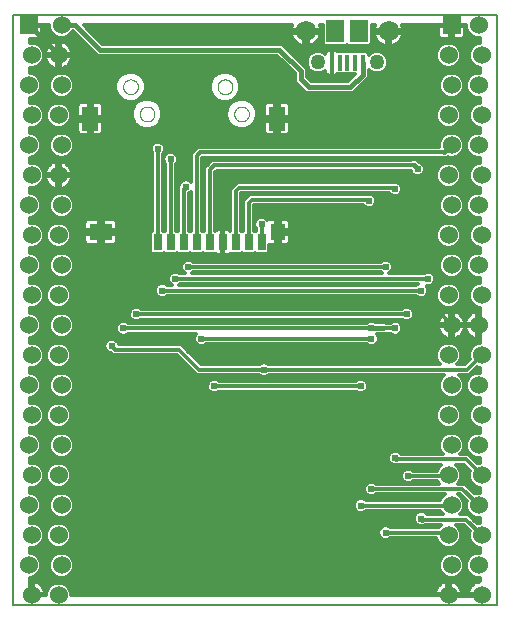
<source format=gtl>
G75*
%MOIN*%
%OFA0B0*%
%FSLAX25Y25*%
%IPPOS*%
%LPD*%
%AMOC8*
5,1,8,0,0,1.08239X$1,22.5*
%
%ADD10C,0.06000*%
%ADD11R,0.06000X0.06000*%
%ADD12C,0.00500*%
%ADD13R,0.01575X0.05315*%
%ADD14R,0.05906X0.07480*%
%ADD15C,0.06791*%
%ADD16C,0.05020*%
%ADD17C,0.00000*%
%ADD18R,0.05512X0.07874*%
%ADD19R,0.05039X0.05512*%
%ADD20R,0.07677X0.05512*%
%ADD21R,0.02756X0.05512*%
%ADD22C,0.01200*%
%ADD23C,0.01600*%
%ADD24C,0.02400*%
D10*
X0026936Y0005050D03*
X0035936Y0005050D03*
X0036936Y0015050D03*
X0035936Y0025050D03*
X0026936Y0025050D03*
X0025936Y0015050D03*
X0025936Y0035050D03*
X0026936Y0045050D03*
X0035936Y0045050D03*
X0036936Y0035050D03*
X0036936Y0055050D03*
X0035936Y0065050D03*
X0026936Y0065050D03*
X0025936Y0055050D03*
X0025936Y0075050D03*
X0026936Y0085050D03*
X0035936Y0085050D03*
X0036936Y0075050D03*
X0036936Y0095050D03*
X0035936Y0105050D03*
X0036936Y0115050D03*
X0035936Y0125050D03*
X0026936Y0125050D03*
X0025936Y0115050D03*
X0026936Y0105050D03*
X0025936Y0095050D03*
X0025936Y0135050D03*
X0026936Y0145050D03*
X0035936Y0145050D03*
X0036936Y0135050D03*
X0036936Y0155050D03*
X0035936Y0165050D03*
X0026936Y0165050D03*
X0025936Y0155050D03*
X0025936Y0175050D03*
X0026936Y0185050D03*
X0035936Y0185050D03*
X0036936Y0175050D03*
X0036936Y0195050D03*
X0165936Y0185050D03*
X0166936Y0175050D03*
X0175936Y0175050D03*
X0176936Y0185050D03*
X0175936Y0195050D03*
X0176936Y0165050D03*
X0175936Y0155050D03*
X0166936Y0155050D03*
X0165936Y0145050D03*
X0166936Y0135050D03*
X0175936Y0135050D03*
X0176936Y0125050D03*
X0175936Y0115050D03*
X0166936Y0115050D03*
X0165936Y0105050D03*
X0166936Y0095050D03*
X0175936Y0095050D03*
X0176936Y0085050D03*
X0175936Y0075050D03*
X0166936Y0075050D03*
X0165936Y0065050D03*
X0166936Y0055050D03*
X0175936Y0055050D03*
X0176936Y0045050D03*
X0175936Y0035050D03*
X0166936Y0035050D03*
X0165936Y0045050D03*
X0165936Y0025050D03*
X0166936Y0015050D03*
X0175936Y0015050D03*
X0176936Y0005050D03*
X0165936Y0005050D03*
X0176936Y0025050D03*
X0176936Y0065050D03*
X0165936Y0085050D03*
X0176936Y0105050D03*
X0165936Y0125050D03*
X0176936Y0145050D03*
X0165936Y0165050D03*
D11*
X0166936Y0195050D03*
X0025936Y0195050D03*
D12*
X0020727Y0198475D02*
X0020727Y0001625D01*
X0041869Y0001625D01*
X0159192Y0001625D01*
X0182144Y0001625D01*
X0182144Y0198475D01*
X0159192Y0198475D01*
X0041869Y0198475D01*
X0020727Y0198475D01*
D13*
X0127066Y0182471D03*
X0129625Y0182471D03*
X0132184Y0182471D03*
X0134743Y0182471D03*
X0137302Y0182471D03*
D14*
X0136121Y0193003D03*
X0128247Y0192963D03*
D15*
X0118404Y0193003D03*
X0145963Y0193003D03*
D16*
X0142026Y0182668D03*
X0122341Y0182668D03*
D17*
X0094487Y0165444D02*
X0094489Y0165543D01*
X0094495Y0165642D01*
X0094505Y0165741D01*
X0094519Y0165839D01*
X0094537Y0165936D01*
X0094559Y0166033D01*
X0094584Y0166129D01*
X0094614Y0166223D01*
X0094647Y0166317D01*
X0094684Y0166409D01*
X0094725Y0166499D01*
X0094769Y0166588D01*
X0094817Y0166674D01*
X0094868Y0166759D01*
X0094923Y0166842D01*
X0094981Y0166922D01*
X0095042Y0167000D01*
X0095106Y0167076D01*
X0095173Y0167149D01*
X0095243Y0167219D01*
X0095316Y0167286D01*
X0095392Y0167350D01*
X0095470Y0167411D01*
X0095550Y0167469D01*
X0095633Y0167524D01*
X0095717Y0167575D01*
X0095804Y0167623D01*
X0095893Y0167667D01*
X0095983Y0167708D01*
X0096075Y0167745D01*
X0096169Y0167778D01*
X0096263Y0167808D01*
X0096359Y0167833D01*
X0096456Y0167855D01*
X0096553Y0167873D01*
X0096651Y0167887D01*
X0096750Y0167897D01*
X0096849Y0167903D01*
X0096948Y0167905D01*
X0097047Y0167903D01*
X0097146Y0167897D01*
X0097245Y0167887D01*
X0097343Y0167873D01*
X0097440Y0167855D01*
X0097537Y0167833D01*
X0097633Y0167808D01*
X0097727Y0167778D01*
X0097821Y0167745D01*
X0097913Y0167708D01*
X0098003Y0167667D01*
X0098092Y0167623D01*
X0098178Y0167575D01*
X0098263Y0167524D01*
X0098346Y0167469D01*
X0098426Y0167411D01*
X0098504Y0167350D01*
X0098580Y0167286D01*
X0098653Y0167219D01*
X0098723Y0167149D01*
X0098790Y0167076D01*
X0098854Y0167000D01*
X0098915Y0166922D01*
X0098973Y0166842D01*
X0099028Y0166759D01*
X0099079Y0166675D01*
X0099127Y0166588D01*
X0099171Y0166499D01*
X0099212Y0166409D01*
X0099249Y0166317D01*
X0099282Y0166223D01*
X0099312Y0166129D01*
X0099337Y0166033D01*
X0099359Y0165936D01*
X0099377Y0165839D01*
X0099391Y0165741D01*
X0099401Y0165642D01*
X0099407Y0165543D01*
X0099409Y0165444D01*
X0099407Y0165345D01*
X0099401Y0165246D01*
X0099391Y0165147D01*
X0099377Y0165049D01*
X0099359Y0164952D01*
X0099337Y0164855D01*
X0099312Y0164759D01*
X0099282Y0164665D01*
X0099249Y0164571D01*
X0099212Y0164479D01*
X0099171Y0164389D01*
X0099127Y0164300D01*
X0099079Y0164214D01*
X0099028Y0164129D01*
X0098973Y0164046D01*
X0098915Y0163966D01*
X0098854Y0163888D01*
X0098790Y0163812D01*
X0098723Y0163739D01*
X0098653Y0163669D01*
X0098580Y0163602D01*
X0098504Y0163538D01*
X0098426Y0163477D01*
X0098346Y0163419D01*
X0098263Y0163364D01*
X0098179Y0163313D01*
X0098092Y0163265D01*
X0098003Y0163221D01*
X0097913Y0163180D01*
X0097821Y0163143D01*
X0097727Y0163110D01*
X0097633Y0163080D01*
X0097537Y0163055D01*
X0097440Y0163033D01*
X0097343Y0163015D01*
X0097245Y0163001D01*
X0097146Y0162991D01*
X0097047Y0162985D01*
X0096948Y0162983D01*
X0096849Y0162985D01*
X0096750Y0162991D01*
X0096651Y0163001D01*
X0096553Y0163015D01*
X0096456Y0163033D01*
X0096359Y0163055D01*
X0096263Y0163080D01*
X0096169Y0163110D01*
X0096075Y0163143D01*
X0095983Y0163180D01*
X0095893Y0163221D01*
X0095804Y0163265D01*
X0095718Y0163313D01*
X0095633Y0163364D01*
X0095550Y0163419D01*
X0095470Y0163477D01*
X0095392Y0163538D01*
X0095316Y0163602D01*
X0095243Y0163669D01*
X0095173Y0163739D01*
X0095106Y0163812D01*
X0095042Y0163888D01*
X0094981Y0163966D01*
X0094923Y0164046D01*
X0094868Y0164129D01*
X0094817Y0164213D01*
X0094769Y0164300D01*
X0094725Y0164389D01*
X0094684Y0164479D01*
X0094647Y0164571D01*
X0094614Y0164665D01*
X0094584Y0164759D01*
X0094559Y0164855D01*
X0094537Y0164952D01*
X0094519Y0165049D01*
X0094505Y0165147D01*
X0094495Y0165246D01*
X0094489Y0165345D01*
X0094487Y0165444D01*
X0088975Y0174499D02*
X0088977Y0174598D01*
X0088983Y0174697D01*
X0088993Y0174796D01*
X0089007Y0174894D01*
X0089025Y0174991D01*
X0089047Y0175088D01*
X0089072Y0175184D01*
X0089102Y0175278D01*
X0089135Y0175372D01*
X0089172Y0175464D01*
X0089213Y0175554D01*
X0089257Y0175643D01*
X0089305Y0175729D01*
X0089356Y0175814D01*
X0089411Y0175897D01*
X0089469Y0175977D01*
X0089530Y0176055D01*
X0089594Y0176131D01*
X0089661Y0176204D01*
X0089731Y0176274D01*
X0089804Y0176341D01*
X0089880Y0176405D01*
X0089958Y0176466D01*
X0090038Y0176524D01*
X0090121Y0176579D01*
X0090205Y0176630D01*
X0090292Y0176678D01*
X0090381Y0176722D01*
X0090471Y0176763D01*
X0090563Y0176800D01*
X0090657Y0176833D01*
X0090751Y0176863D01*
X0090847Y0176888D01*
X0090944Y0176910D01*
X0091041Y0176928D01*
X0091139Y0176942D01*
X0091238Y0176952D01*
X0091337Y0176958D01*
X0091436Y0176960D01*
X0091535Y0176958D01*
X0091634Y0176952D01*
X0091733Y0176942D01*
X0091831Y0176928D01*
X0091928Y0176910D01*
X0092025Y0176888D01*
X0092121Y0176863D01*
X0092215Y0176833D01*
X0092309Y0176800D01*
X0092401Y0176763D01*
X0092491Y0176722D01*
X0092580Y0176678D01*
X0092666Y0176630D01*
X0092751Y0176579D01*
X0092834Y0176524D01*
X0092914Y0176466D01*
X0092992Y0176405D01*
X0093068Y0176341D01*
X0093141Y0176274D01*
X0093211Y0176204D01*
X0093278Y0176131D01*
X0093342Y0176055D01*
X0093403Y0175977D01*
X0093461Y0175897D01*
X0093516Y0175814D01*
X0093567Y0175730D01*
X0093615Y0175643D01*
X0093659Y0175554D01*
X0093700Y0175464D01*
X0093737Y0175372D01*
X0093770Y0175278D01*
X0093800Y0175184D01*
X0093825Y0175088D01*
X0093847Y0174991D01*
X0093865Y0174894D01*
X0093879Y0174796D01*
X0093889Y0174697D01*
X0093895Y0174598D01*
X0093897Y0174499D01*
X0093895Y0174400D01*
X0093889Y0174301D01*
X0093879Y0174202D01*
X0093865Y0174104D01*
X0093847Y0174007D01*
X0093825Y0173910D01*
X0093800Y0173814D01*
X0093770Y0173720D01*
X0093737Y0173626D01*
X0093700Y0173534D01*
X0093659Y0173444D01*
X0093615Y0173355D01*
X0093567Y0173269D01*
X0093516Y0173184D01*
X0093461Y0173101D01*
X0093403Y0173021D01*
X0093342Y0172943D01*
X0093278Y0172867D01*
X0093211Y0172794D01*
X0093141Y0172724D01*
X0093068Y0172657D01*
X0092992Y0172593D01*
X0092914Y0172532D01*
X0092834Y0172474D01*
X0092751Y0172419D01*
X0092667Y0172368D01*
X0092580Y0172320D01*
X0092491Y0172276D01*
X0092401Y0172235D01*
X0092309Y0172198D01*
X0092215Y0172165D01*
X0092121Y0172135D01*
X0092025Y0172110D01*
X0091928Y0172088D01*
X0091831Y0172070D01*
X0091733Y0172056D01*
X0091634Y0172046D01*
X0091535Y0172040D01*
X0091436Y0172038D01*
X0091337Y0172040D01*
X0091238Y0172046D01*
X0091139Y0172056D01*
X0091041Y0172070D01*
X0090944Y0172088D01*
X0090847Y0172110D01*
X0090751Y0172135D01*
X0090657Y0172165D01*
X0090563Y0172198D01*
X0090471Y0172235D01*
X0090381Y0172276D01*
X0090292Y0172320D01*
X0090206Y0172368D01*
X0090121Y0172419D01*
X0090038Y0172474D01*
X0089958Y0172532D01*
X0089880Y0172593D01*
X0089804Y0172657D01*
X0089731Y0172724D01*
X0089661Y0172794D01*
X0089594Y0172867D01*
X0089530Y0172943D01*
X0089469Y0173021D01*
X0089411Y0173101D01*
X0089356Y0173184D01*
X0089305Y0173268D01*
X0089257Y0173355D01*
X0089213Y0173444D01*
X0089172Y0173534D01*
X0089135Y0173626D01*
X0089102Y0173720D01*
X0089072Y0173814D01*
X0089047Y0173910D01*
X0089025Y0174007D01*
X0089007Y0174104D01*
X0088993Y0174202D01*
X0088983Y0174301D01*
X0088977Y0174400D01*
X0088975Y0174499D01*
X0062990Y0165444D02*
X0062992Y0165543D01*
X0062998Y0165642D01*
X0063008Y0165741D01*
X0063022Y0165839D01*
X0063040Y0165936D01*
X0063062Y0166033D01*
X0063087Y0166129D01*
X0063117Y0166223D01*
X0063150Y0166317D01*
X0063187Y0166409D01*
X0063228Y0166499D01*
X0063272Y0166588D01*
X0063320Y0166674D01*
X0063371Y0166759D01*
X0063426Y0166842D01*
X0063484Y0166922D01*
X0063545Y0167000D01*
X0063609Y0167076D01*
X0063676Y0167149D01*
X0063746Y0167219D01*
X0063819Y0167286D01*
X0063895Y0167350D01*
X0063973Y0167411D01*
X0064053Y0167469D01*
X0064136Y0167524D01*
X0064220Y0167575D01*
X0064307Y0167623D01*
X0064396Y0167667D01*
X0064486Y0167708D01*
X0064578Y0167745D01*
X0064672Y0167778D01*
X0064766Y0167808D01*
X0064862Y0167833D01*
X0064959Y0167855D01*
X0065056Y0167873D01*
X0065154Y0167887D01*
X0065253Y0167897D01*
X0065352Y0167903D01*
X0065451Y0167905D01*
X0065550Y0167903D01*
X0065649Y0167897D01*
X0065748Y0167887D01*
X0065846Y0167873D01*
X0065943Y0167855D01*
X0066040Y0167833D01*
X0066136Y0167808D01*
X0066230Y0167778D01*
X0066324Y0167745D01*
X0066416Y0167708D01*
X0066506Y0167667D01*
X0066595Y0167623D01*
X0066681Y0167575D01*
X0066766Y0167524D01*
X0066849Y0167469D01*
X0066929Y0167411D01*
X0067007Y0167350D01*
X0067083Y0167286D01*
X0067156Y0167219D01*
X0067226Y0167149D01*
X0067293Y0167076D01*
X0067357Y0167000D01*
X0067418Y0166922D01*
X0067476Y0166842D01*
X0067531Y0166759D01*
X0067582Y0166675D01*
X0067630Y0166588D01*
X0067674Y0166499D01*
X0067715Y0166409D01*
X0067752Y0166317D01*
X0067785Y0166223D01*
X0067815Y0166129D01*
X0067840Y0166033D01*
X0067862Y0165936D01*
X0067880Y0165839D01*
X0067894Y0165741D01*
X0067904Y0165642D01*
X0067910Y0165543D01*
X0067912Y0165444D01*
X0067910Y0165345D01*
X0067904Y0165246D01*
X0067894Y0165147D01*
X0067880Y0165049D01*
X0067862Y0164952D01*
X0067840Y0164855D01*
X0067815Y0164759D01*
X0067785Y0164665D01*
X0067752Y0164571D01*
X0067715Y0164479D01*
X0067674Y0164389D01*
X0067630Y0164300D01*
X0067582Y0164214D01*
X0067531Y0164129D01*
X0067476Y0164046D01*
X0067418Y0163966D01*
X0067357Y0163888D01*
X0067293Y0163812D01*
X0067226Y0163739D01*
X0067156Y0163669D01*
X0067083Y0163602D01*
X0067007Y0163538D01*
X0066929Y0163477D01*
X0066849Y0163419D01*
X0066766Y0163364D01*
X0066682Y0163313D01*
X0066595Y0163265D01*
X0066506Y0163221D01*
X0066416Y0163180D01*
X0066324Y0163143D01*
X0066230Y0163110D01*
X0066136Y0163080D01*
X0066040Y0163055D01*
X0065943Y0163033D01*
X0065846Y0163015D01*
X0065748Y0163001D01*
X0065649Y0162991D01*
X0065550Y0162985D01*
X0065451Y0162983D01*
X0065352Y0162985D01*
X0065253Y0162991D01*
X0065154Y0163001D01*
X0065056Y0163015D01*
X0064959Y0163033D01*
X0064862Y0163055D01*
X0064766Y0163080D01*
X0064672Y0163110D01*
X0064578Y0163143D01*
X0064486Y0163180D01*
X0064396Y0163221D01*
X0064307Y0163265D01*
X0064221Y0163313D01*
X0064136Y0163364D01*
X0064053Y0163419D01*
X0063973Y0163477D01*
X0063895Y0163538D01*
X0063819Y0163602D01*
X0063746Y0163669D01*
X0063676Y0163739D01*
X0063609Y0163812D01*
X0063545Y0163888D01*
X0063484Y0163966D01*
X0063426Y0164046D01*
X0063371Y0164129D01*
X0063320Y0164213D01*
X0063272Y0164300D01*
X0063228Y0164389D01*
X0063187Y0164479D01*
X0063150Y0164571D01*
X0063117Y0164665D01*
X0063087Y0164759D01*
X0063062Y0164855D01*
X0063040Y0164952D01*
X0063022Y0165049D01*
X0063008Y0165147D01*
X0062998Y0165246D01*
X0062992Y0165345D01*
X0062990Y0165444D01*
X0057479Y0174499D02*
X0057481Y0174598D01*
X0057487Y0174697D01*
X0057497Y0174796D01*
X0057511Y0174894D01*
X0057529Y0174991D01*
X0057551Y0175088D01*
X0057576Y0175184D01*
X0057606Y0175278D01*
X0057639Y0175372D01*
X0057676Y0175464D01*
X0057717Y0175554D01*
X0057761Y0175643D01*
X0057809Y0175729D01*
X0057860Y0175814D01*
X0057915Y0175897D01*
X0057973Y0175977D01*
X0058034Y0176055D01*
X0058098Y0176131D01*
X0058165Y0176204D01*
X0058235Y0176274D01*
X0058308Y0176341D01*
X0058384Y0176405D01*
X0058462Y0176466D01*
X0058542Y0176524D01*
X0058625Y0176579D01*
X0058709Y0176630D01*
X0058796Y0176678D01*
X0058885Y0176722D01*
X0058975Y0176763D01*
X0059067Y0176800D01*
X0059161Y0176833D01*
X0059255Y0176863D01*
X0059351Y0176888D01*
X0059448Y0176910D01*
X0059545Y0176928D01*
X0059643Y0176942D01*
X0059742Y0176952D01*
X0059841Y0176958D01*
X0059940Y0176960D01*
X0060039Y0176958D01*
X0060138Y0176952D01*
X0060237Y0176942D01*
X0060335Y0176928D01*
X0060432Y0176910D01*
X0060529Y0176888D01*
X0060625Y0176863D01*
X0060719Y0176833D01*
X0060813Y0176800D01*
X0060905Y0176763D01*
X0060995Y0176722D01*
X0061084Y0176678D01*
X0061170Y0176630D01*
X0061255Y0176579D01*
X0061338Y0176524D01*
X0061418Y0176466D01*
X0061496Y0176405D01*
X0061572Y0176341D01*
X0061645Y0176274D01*
X0061715Y0176204D01*
X0061782Y0176131D01*
X0061846Y0176055D01*
X0061907Y0175977D01*
X0061965Y0175897D01*
X0062020Y0175814D01*
X0062071Y0175730D01*
X0062119Y0175643D01*
X0062163Y0175554D01*
X0062204Y0175464D01*
X0062241Y0175372D01*
X0062274Y0175278D01*
X0062304Y0175184D01*
X0062329Y0175088D01*
X0062351Y0174991D01*
X0062369Y0174894D01*
X0062383Y0174796D01*
X0062393Y0174697D01*
X0062399Y0174598D01*
X0062401Y0174499D01*
X0062399Y0174400D01*
X0062393Y0174301D01*
X0062383Y0174202D01*
X0062369Y0174104D01*
X0062351Y0174007D01*
X0062329Y0173910D01*
X0062304Y0173814D01*
X0062274Y0173720D01*
X0062241Y0173626D01*
X0062204Y0173534D01*
X0062163Y0173444D01*
X0062119Y0173355D01*
X0062071Y0173269D01*
X0062020Y0173184D01*
X0061965Y0173101D01*
X0061907Y0173021D01*
X0061846Y0172943D01*
X0061782Y0172867D01*
X0061715Y0172794D01*
X0061645Y0172724D01*
X0061572Y0172657D01*
X0061496Y0172593D01*
X0061418Y0172532D01*
X0061338Y0172474D01*
X0061255Y0172419D01*
X0061171Y0172368D01*
X0061084Y0172320D01*
X0060995Y0172276D01*
X0060905Y0172235D01*
X0060813Y0172198D01*
X0060719Y0172165D01*
X0060625Y0172135D01*
X0060529Y0172110D01*
X0060432Y0172088D01*
X0060335Y0172070D01*
X0060237Y0172056D01*
X0060138Y0172046D01*
X0060039Y0172040D01*
X0059940Y0172038D01*
X0059841Y0172040D01*
X0059742Y0172046D01*
X0059643Y0172056D01*
X0059545Y0172070D01*
X0059448Y0172088D01*
X0059351Y0172110D01*
X0059255Y0172135D01*
X0059161Y0172165D01*
X0059067Y0172198D01*
X0058975Y0172235D01*
X0058885Y0172276D01*
X0058796Y0172320D01*
X0058710Y0172368D01*
X0058625Y0172419D01*
X0058542Y0172474D01*
X0058462Y0172532D01*
X0058384Y0172593D01*
X0058308Y0172657D01*
X0058235Y0172724D01*
X0058165Y0172794D01*
X0058098Y0172867D01*
X0058034Y0172943D01*
X0057973Y0173021D01*
X0057915Y0173101D01*
X0057860Y0173184D01*
X0057809Y0173268D01*
X0057761Y0173355D01*
X0057717Y0173444D01*
X0057676Y0173534D01*
X0057639Y0173626D01*
X0057606Y0173720D01*
X0057576Y0173814D01*
X0057551Y0173910D01*
X0057529Y0174007D01*
X0057511Y0174104D01*
X0057497Y0174202D01*
X0057487Y0174301D01*
X0057481Y0174400D01*
X0057479Y0174499D01*
D18*
X0046554Y0163869D03*
X0108759Y0163869D03*
D19*
X0108995Y0126074D03*
D20*
X0049999Y0126074D03*
D21*
X0068995Y0122648D03*
X0073325Y0122648D03*
X0077656Y0122648D03*
X0081987Y0122648D03*
X0086318Y0122648D03*
X0090648Y0122648D03*
X0094979Y0122648D03*
X0099310Y0122648D03*
X0103640Y0122648D03*
D22*
X0103640Y0128633D01*
X0101367Y0129415D02*
X0101110Y0129415D01*
X0101240Y0129110D02*
X0101240Y0128155D01*
X0101606Y0127273D01*
X0101840Y0127039D01*
X0101840Y0126604D01*
X0101765Y0126604D01*
X0101475Y0126314D01*
X0101185Y0126604D01*
X0101110Y0126604D01*
X0101110Y0134974D01*
X0101236Y0135100D01*
X0137479Y0135100D01*
X0138108Y0134472D01*
X0138990Y0134107D01*
X0139945Y0134107D01*
X0140827Y0134472D01*
X0141502Y0135147D01*
X0141867Y0136029D01*
X0141867Y0136984D01*
X0141502Y0137866D01*
X0140827Y0138541D01*
X0139945Y0138907D01*
X0138990Y0138907D01*
X0138975Y0138900D01*
X0138245Y0138900D01*
X0138045Y0138700D01*
X0099745Y0138700D01*
X0098691Y0137646D01*
X0097510Y0136465D01*
X0097510Y0126604D01*
X0097435Y0126604D01*
X0097144Y0126314D01*
X0096854Y0126604D01*
X0096779Y0126604D01*
X0096779Y0138911D01*
X0096906Y0139037D01*
X0146141Y0139037D01*
X0146769Y0138409D01*
X0147651Y0138044D01*
X0148606Y0138044D01*
X0149488Y0138409D01*
X0150163Y0139084D01*
X0150529Y0139966D01*
X0150529Y0140921D01*
X0150163Y0141803D01*
X0149488Y0142478D01*
X0148606Y0142844D01*
X0147651Y0142844D01*
X0147636Y0142837D01*
X0146906Y0142837D01*
X0146706Y0142637D01*
X0095415Y0142637D01*
X0094360Y0141583D01*
X0093179Y0140402D01*
X0093179Y0126604D01*
X0093104Y0126604D01*
X0093096Y0126597D01*
X0093009Y0126685D01*
X0092644Y0126895D01*
X0092237Y0127004D01*
X0090737Y0127004D01*
X0090737Y0122737D01*
X0090559Y0122737D01*
X0090559Y0127004D01*
X0089060Y0127004D01*
X0088653Y0126895D01*
X0088288Y0126685D01*
X0088200Y0126597D01*
X0088193Y0126604D01*
X0088118Y0126604D01*
X0088118Y0145997D01*
X0088638Y0146518D01*
X0153268Y0146518D01*
X0153574Y0145777D01*
X0154249Y0145102D01*
X0155132Y0144737D01*
X0156086Y0144737D01*
X0156968Y0145102D01*
X0157644Y0145777D01*
X0158009Y0146659D01*
X0158009Y0147614D01*
X0157644Y0148496D01*
X0156968Y0149171D01*
X0156086Y0149537D01*
X0156037Y0149537D01*
X0155256Y0150318D01*
X0153599Y0150318D01*
X0153399Y0150118D01*
X0087147Y0150118D01*
X0086092Y0149063D01*
X0084518Y0147488D01*
X0084518Y0126604D01*
X0084443Y0126604D01*
X0084152Y0126314D01*
X0083862Y0126604D01*
X0083787Y0126604D01*
X0083787Y0150722D01*
X0083914Y0150848D01*
X0163506Y0150848D01*
X0163706Y0150648D01*
X0165363Y0150648D01*
X0165721Y0151007D01*
X0166100Y0150850D01*
X0167771Y0150850D01*
X0169315Y0151489D01*
X0170496Y0152671D01*
X0171136Y0154215D01*
X0171136Y0155885D01*
X0170496Y0157429D01*
X0169315Y0158611D01*
X0167771Y0159250D01*
X0166100Y0159250D01*
X0164557Y0158611D01*
X0163375Y0157429D01*
X0162736Y0155885D01*
X0162736Y0154448D01*
X0082422Y0154448D01*
X0080187Y0152213D01*
X0080187Y0142882D01*
X0079803Y0143266D01*
X0078921Y0143631D01*
X0077966Y0143631D01*
X0077084Y0143266D01*
X0076409Y0142591D01*
X0076044Y0141708D01*
X0076044Y0141660D01*
X0075656Y0141272D01*
X0075656Y0139615D01*
X0075856Y0139415D01*
X0075856Y0126604D01*
X0075781Y0126604D01*
X0075491Y0126314D01*
X0075200Y0126604D01*
X0075125Y0126604D01*
X0075125Y0148692D01*
X0075360Y0148927D01*
X0075725Y0149809D01*
X0075725Y0150764D01*
X0075360Y0151646D01*
X0074685Y0152321D01*
X0073803Y0152686D01*
X0072848Y0152686D01*
X0071966Y0152321D01*
X0071291Y0151646D01*
X0070925Y0150764D01*
X0070925Y0149809D01*
X0071291Y0148927D01*
X0071525Y0148692D01*
X0071525Y0126604D01*
X0071450Y0126604D01*
X0071160Y0126314D01*
X0070870Y0126604D01*
X0070795Y0126604D01*
X0070795Y0152235D01*
X0071029Y0152470D01*
X0071395Y0153352D01*
X0071395Y0154307D01*
X0071029Y0155189D01*
X0070354Y0155864D01*
X0069472Y0156230D01*
X0068517Y0156230D01*
X0067635Y0155864D01*
X0066960Y0155189D01*
X0066595Y0154307D01*
X0066595Y0153352D01*
X0066960Y0152470D01*
X0067195Y0152235D01*
X0067195Y0126604D01*
X0067120Y0126604D01*
X0066417Y0125901D01*
X0066417Y0119395D01*
X0067120Y0118693D01*
X0070870Y0118693D01*
X0071160Y0118983D01*
X0071450Y0118693D01*
X0075200Y0118693D01*
X0075491Y0118983D01*
X0075781Y0118693D01*
X0079531Y0118693D01*
X0079822Y0118983D01*
X0080112Y0118693D01*
X0083862Y0118693D01*
X0084152Y0118983D01*
X0084443Y0118693D01*
X0088193Y0118693D01*
X0088200Y0118700D01*
X0088288Y0118612D01*
X0088653Y0118402D01*
X0089060Y0118293D01*
X0090559Y0118293D01*
X0090559Y0122559D01*
X0090737Y0122559D01*
X0090737Y0118293D01*
X0092237Y0118293D01*
X0092644Y0118402D01*
X0093009Y0118612D01*
X0093096Y0118700D01*
X0093104Y0118693D01*
X0096854Y0118693D01*
X0097144Y0118983D01*
X0097435Y0118693D01*
X0101185Y0118693D01*
X0101475Y0118983D01*
X0101765Y0118693D01*
X0105515Y0118693D01*
X0106218Y0119395D01*
X0106218Y0121730D01*
X0106264Y0121718D01*
X0108395Y0121718D01*
X0108395Y0125474D01*
X0109595Y0125474D01*
X0109595Y0126674D01*
X0108395Y0126674D01*
X0108395Y0130430D01*
X0106264Y0130430D01*
X0105857Y0130320D01*
X0105534Y0130134D01*
X0105000Y0130667D01*
X0104118Y0131033D01*
X0103163Y0131033D01*
X0102281Y0130667D01*
X0101606Y0129992D01*
X0101240Y0129110D01*
X0101240Y0128216D02*
X0101110Y0128216D01*
X0101110Y0127018D02*
X0101840Y0127018D01*
X0102227Y0130613D02*
X0101110Y0130613D01*
X0101110Y0131812D02*
X0164234Y0131812D01*
X0164557Y0131489D02*
X0163375Y0132671D01*
X0162736Y0134215D01*
X0162736Y0135885D01*
X0163375Y0137429D01*
X0164557Y0138611D01*
X0166100Y0139250D01*
X0167771Y0139250D01*
X0169315Y0138611D01*
X0170496Y0137429D01*
X0171136Y0135885D01*
X0171136Y0134215D01*
X0170496Y0132671D01*
X0169315Y0131489D01*
X0167771Y0130850D01*
X0166100Y0130850D01*
X0164557Y0131489D01*
X0163234Y0133010D02*
X0101110Y0133010D01*
X0101110Y0134209D02*
X0138743Y0134209D01*
X0140191Y0134209D02*
X0162738Y0134209D01*
X0162736Y0135407D02*
X0141610Y0135407D01*
X0141867Y0136606D02*
X0163034Y0136606D01*
X0163750Y0137804D02*
X0141527Y0137804D01*
X0139073Y0136900D02*
X0100491Y0136900D01*
X0099310Y0135719D01*
X0099310Y0122648D01*
X0097510Y0127018D02*
X0096779Y0127018D01*
X0096779Y0128216D02*
X0097510Y0128216D01*
X0097510Y0129415D02*
X0096779Y0129415D01*
X0096779Y0130613D02*
X0097510Y0130613D01*
X0097510Y0131812D02*
X0096779Y0131812D01*
X0096779Y0133010D02*
X0097510Y0133010D01*
X0097510Y0134209D02*
X0096779Y0134209D01*
X0096779Y0135407D02*
X0097510Y0135407D01*
X0097651Y0136606D02*
X0096779Y0136606D01*
X0096779Y0137804D02*
X0098849Y0137804D01*
X0096871Y0139003D02*
X0146175Y0139003D01*
X0147735Y0140837D02*
X0096160Y0140837D01*
X0094979Y0139656D01*
X0094979Y0122648D01*
X0090737Y0122224D02*
X0090559Y0122224D01*
X0090648Y0122648D02*
X0090648Y0143200D01*
X0092223Y0144774D01*
X0150097Y0144774D01*
X0149198Y0142598D02*
X0162448Y0142598D01*
X0162375Y0142671D02*
X0163557Y0141489D01*
X0165100Y0140850D01*
X0166771Y0140850D01*
X0168315Y0141489D01*
X0169496Y0142671D01*
X0170136Y0144215D01*
X0170136Y0145885D01*
X0169496Y0147429D01*
X0168315Y0148611D01*
X0166771Y0149250D01*
X0165100Y0149250D01*
X0163557Y0148611D01*
X0162375Y0147429D01*
X0161736Y0145885D01*
X0161736Y0144215D01*
X0162375Y0142671D01*
X0161909Y0143797D02*
X0088118Y0143797D01*
X0088118Y0144995D02*
X0154507Y0144995D01*
X0153402Y0146194D02*
X0088314Y0146194D01*
X0086318Y0146743D02*
X0087892Y0148318D01*
X0154428Y0148318D01*
X0155784Y0149789D02*
X0176436Y0149789D01*
X0176436Y0149250D02*
X0176100Y0149250D01*
X0174557Y0148611D01*
X0173375Y0147429D01*
X0172736Y0145885D01*
X0172736Y0144215D01*
X0173375Y0142671D01*
X0174557Y0141489D01*
X0176100Y0140850D01*
X0176436Y0140850D01*
X0176436Y0139250D01*
X0175100Y0139250D01*
X0173557Y0138611D01*
X0172375Y0137429D01*
X0171736Y0135885D01*
X0171736Y0134215D01*
X0172375Y0132671D01*
X0173557Y0131489D01*
X0175100Y0130850D01*
X0176436Y0130850D01*
X0176436Y0129250D01*
X0176100Y0129250D01*
X0174557Y0128611D01*
X0173375Y0127429D01*
X0172736Y0125885D01*
X0172736Y0124215D01*
X0173375Y0122671D01*
X0174557Y0121489D01*
X0176100Y0120850D01*
X0176436Y0120850D01*
X0176436Y0119250D01*
X0175100Y0119250D01*
X0173557Y0118611D01*
X0172375Y0117429D01*
X0171736Y0115885D01*
X0171736Y0114215D01*
X0172375Y0112671D01*
X0173557Y0111489D01*
X0175100Y0110850D01*
X0176436Y0110850D01*
X0176436Y0109250D01*
X0176100Y0109250D01*
X0174557Y0108611D01*
X0173375Y0107429D01*
X0172736Y0105885D01*
X0172736Y0104215D01*
X0173375Y0102671D01*
X0174557Y0101489D01*
X0176100Y0100850D01*
X0176436Y0100850D01*
X0176436Y0099628D01*
X0176336Y0099644D01*
X0176336Y0095450D01*
X0175536Y0095450D01*
X0175536Y0099644D01*
X0174859Y0099537D01*
X0174170Y0099313D01*
X0173525Y0098984D01*
X0172939Y0098559D01*
X0172427Y0098047D01*
X0172001Y0097461D01*
X0171673Y0096816D01*
X0171449Y0096127D01*
X0171436Y0096043D01*
X0171422Y0096127D01*
X0171199Y0096816D01*
X0170870Y0097461D01*
X0170444Y0098047D01*
X0169932Y0098559D01*
X0169347Y0098984D01*
X0168701Y0099313D01*
X0168013Y0099537D01*
X0167336Y0099644D01*
X0167336Y0095450D01*
X0171342Y0095450D01*
X0175536Y0095450D01*
X0175536Y0094650D01*
X0176336Y0094650D01*
X0176336Y0090456D01*
X0176436Y0090472D01*
X0176436Y0089250D01*
X0176100Y0089250D01*
X0174557Y0088611D01*
X0173375Y0087429D01*
X0172736Y0085885D01*
X0172736Y0084215D01*
X0172976Y0083635D01*
X0171348Y0082007D01*
X0168833Y0082007D01*
X0169496Y0082671D01*
X0170136Y0084215D01*
X0170136Y0085885D01*
X0169496Y0087429D01*
X0168315Y0088611D01*
X0166771Y0089250D01*
X0165100Y0089250D01*
X0163557Y0088611D01*
X0162375Y0087429D01*
X0161736Y0085885D01*
X0161736Y0084215D01*
X0162375Y0082671D01*
X0163039Y0082007D01*
X0106022Y0082007D01*
X0105787Y0082242D01*
X0104905Y0082607D01*
X0103950Y0082607D01*
X0103068Y0082242D01*
X0102834Y0082007D01*
X0083520Y0082007D01*
X0077881Y0087646D01*
X0076827Y0088700D01*
X0055982Y0088700D01*
X0055675Y0089441D01*
X0055000Y0090116D01*
X0054118Y0090481D01*
X0053163Y0090481D01*
X0052281Y0090116D01*
X0051606Y0089441D01*
X0051240Y0088559D01*
X0051240Y0087604D01*
X0051606Y0086722D01*
X0052281Y0086047D01*
X0053163Y0085681D01*
X0053495Y0085681D01*
X0054076Y0085100D01*
X0075336Y0085100D01*
X0082029Y0078407D01*
X0102834Y0078407D01*
X0103068Y0078173D01*
X0103950Y0077807D01*
X0104905Y0077807D01*
X0105787Y0078173D01*
X0106022Y0078407D01*
X0164353Y0078407D01*
X0163375Y0077429D01*
X0162736Y0075885D01*
X0162736Y0074215D01*
X0163375Y0072671D01*
X0164557Y0071489D01*
X0166100Y0070850D01*
X0167771Y0070850D01*
X0169315Y0071489D01*
X0170496Y0072671D01*
X0171136Y0074215D01*
X0171136Y0075885D01*
X0170496Y0077429D01*
X0169518Y0078407D01*
X0172839Y0078407D01*
X0173893Y0079462D01*
X0175521Y0081090D01*
X0176100Y0080850D01*
X0176436Y0080850D01*
X0176436Y0079250D01*
X0175100Y0079250D01*
X0173557Y0078611D01*
X0172375Y0077429D01*
X0171736Y0075885D01*
X0171736Y0074215D01*
X0172375Y0072671D01*
X0173557Y0071489D01*
X0175100Y0070850D01*
X0176436Y0070850D01*
X0176436Y0069250D01*
X0176100Y0069250D01*
X0174557Y0068611D01*
X0173375Y0067429D01*
X0172736Y0065885D01*
X0172736Y0064215D01*
X0173375Y0062671D01*
X0174557Y0061489D01*
X0176100Y0060850D01*
X0176436Y0060850D01*
X0176436Y0059250D01*
X0175100Y0059250D01*
X0173557Y0058611D01*
X0172375Y0057429D01*
X0171736Y0055885D01*
X0171736Y0054215D01*
X0172375Y0052671D01*
X0173557Y0051489D01*
X0175100Y0050850D01*
X0176436Y0050850D01*
X0176436Y0049250D01*
X0176100Y0049250D01*
X0175521Y0049010D01*
X0172445Y0052086D01*
X0169912Y0052086D01*
X0170496Y0052671D01*
X0171136Y0054215D01*
X0171136Y0055885D01*
X0170496Y0057429D01*
X0169315Y0058611D01*
X0167771Y0059250D01*
X0166100Y0059250D01*
X0164557Y0058611D01*
X0163375Y0057429D01*
X0162736Y0055885D01*
X0162736Y0054215D01*
X0163375Y0052671D01*
X0163960Y0052086D01*
X0150116Y0052086D01*
X0149488Y0052715D01*
X0148606Y0053080D01*
X0147651Y0053080D01*
X0146769Y0052715D01*
X0146094Y0052039D01*
X0145729Y0051157D01*
X0145729Y0050203D01*
X0146094Y0049320D01*
X0146769Y0048645D01*
X0147651Y0048280D01*
X0148606Y0048280D01*
X0148621Y0048286D01*
X0149351Y0048286D01*
X0149551Y0048486D01*
X0163432Y0048486D01*
X0162375Y0047429D01*
X0162021Y0046574D01*
X0154053Y0046574D01*
X0153819Y0046809D01*
X0152937Y0047174D01*
X0151982Y0047174D01*
X0151100Y0046809D01*
X0150425Y0046134D01*
X0150059Y0045252D01*
X0150059Y0044297D01*
X0150425Y0043415D01*
X0151100Y0042740D01*
X0151982Y0042374D01*
X0152937Y0042374D01*
X0153819Y0042740D01*
X0154053Y0042974D01*
X0162249Y0042974D01*
X0162375Y0042671D01*
X0162802Y0042244D01*
X0141849Y0042244D01*
X0141614Y0042478D01*
X0140732Y0042844D01*
X0139777Y0042844D01*
X0138895Y0042478D01*
X0138220Y0041803D01*
X0137855Y0040921D01*
X0137855Y0039966D01*
X0138220Y0039084D01*
X0138895Y0038409D01*
X0139777Y0038044D01*
X0140732Y0038044D01*
X0141614Y0038409D01*
X0141849Y0038644D01*
X0164637Y0038644D01*
X0164557Y0038611D01*
X0163375Y0037429D01*
X0163086Y0036732D01*
X0138305Y0036732D01*
X0138071Y0036966D01*
X0137189Y0037332D01*
X0136234Y0037332D01*
X0135352Y0036966D01*
X0134677Y0036291D01*
X0134311Y0035409D01*
X0134311Y0034454D01*
X0134677Y0033572D01*
X0135352Y0032897D01*
X0136234Y0032532D01*
X0137189Y0032532D01*
X0138071Y0032897D01*
X0138305Y0033132D01*
X0163184Y0033132D01*
X0163375Y0032671D01*
X0164039Y0032007D01*
X0158778Y0032007D01*
X0158150Y0032636D01*
X0157267Y0033001D01*
X0156313Y0033001D01*
X0155431Y0032636D01*
X0154755Y0031961D01*
X0154390Y0031079D01*
X0154390Y0030124D01*
X0154755Y0029242D01*
X0155431Y0028567D01*
X0156313Y0028201D01*
X0157267Y0028201D01*
X0157283Y0028207D01*
X0158012Y0028207D01*
X0158212Y0028407D01*
X0163353Y0028407D01*
X0162623Y0027677D01*
X0146573Y0027677D01*
X0146338Y0027911D01*
X0145456Y0028277D01*
X0144502Y0028277D01*
X0143620Y0027911D01*
X0142944Y0027236D01*
X0142579Y0026354D01*
X0142579Y0025399D01*
X0142944Y0024517D01*
X0143620Y0023842D01*
X0144502Y0023477D01*
X0145456Y0023477D01*
X0146338Y0023842D01*
X0146573Y0024077D01*
X0161793Y0024077D01*
X0162375Y0022671D01*
X0163557Y0021489D01*
X0165100Y0020850D01*
X0166771Y0020850D01*
X0168315Y0021489D01*
X0169496Y0022671D01*
X0170136Y0024215D01*
X0170136Y0025885D01*
X0169496Y0027429D01*
X0168518Y0028407D01*
X0171033Y0028407D01*
X0172976Y0026465D01*
X0172736Y0025885D01*
X0172736Y0024215D01*
X0173375Y0022671D01*
X0174557Y0021489D01*
X0176100Y0020850D01*
X0176436Y0020850D01*
X0176436Y0019250D01*
X0175100Y0019250D01*
X0173557Y0018611D01*
X0172375Y0017429D01*
X0171736Y0015885D01*
X0171736Y0014215D01*
X0172375Y0012671D01*
X0173557Y0011489D01*
X0175100Y0010850D01*
X0176436Y0010850D01*
X0176436Y0009628D01*
X0175859Y0009537D01*
X0175170Y0009313D01*
X0174525Y0008984D01*
X0173939Y0008559D01*
X0173427Y0008047D01*
X0173001Y0007461D01*
X0172673Y0006816D01*
X0172449Y0006127D01*
X0172342Y0005450D01*
X0176436Y0005450D01*
X0176436Y0005050D01*
X0166336Y0005050D01*
X0166336Y0005450D01*
X0170530Y0005450D01*
X0170422Y0006127D01*
X0170199Y0006816D01*
X0169870Y0007461D01*
X0169444Y0008047D01*
X0168932Y0008559D01*
X0168347Y0008984D01*
X0167701Y0009313D01*
X0167013Y0009537D01*
X0166336Y0009644D01*
X0166336Y0005450D01*
X0165536Y0005450D01*
X0165536Y0009644D01*
X0164859Y0009537D01*
X0164170Y0009313D01*
X0163525Y0008984D01*
X0162939Y0008559D01*
X0162427Y0008047D01*
X0162001Y0007461D01*
X0161673Y0006816D01*
X0161449Y0006127D01*
X0161342Y0005450D01*
X0165536Y0005450D01*
X0165536Y0005050D01*
X0040136Y0005050D01*
X0040136Y0005885D01*
X0039496Y0007429D01*
X0038315Y0008611D01*
X0036771Y0009250D01*
X0035100Y0009250D01*
X0033557Y0008611D01*
X0032375Y0007429D01*
X0031736Y0005885D01*
X0031736Y0005050D01*
X0027336Y0005050D01*
X0027336Y0005450D01*
X0031530Y0005450D01*
X0031422Y0006127D01*
X0031199Y0006816D01*
X0030870Y0007461D01*
X0030444Y0008047D01*
X0029932Y0008559D01*
X0029347Y0008984D01*
X0028701Y0009313D01*
X0028013Y0009537D01*
X0027336Y0009644D01*
X0027336Y0005450D01*
X0026536Y0005450D01*
X0026536Y0009644D01*
X0026436Y0009628D01*
X0026436Y0010850D01*
X0026771Y0010850D01*
X0028315Y0011489D01*
X0029496Y0012671D01*
X0030136Y0014215D01*
X0030136Y0015885D01*
X0029496Y0017429D01*
X0028315Y0018611D01*
X0026771Y0019250D01*
X0026436Y0019250D01*
X0026436Y0020850D01*
X0027771Y0020850D01*
X0029315Y0021489D01*
X0030496Y0022671D01*
X0031136Y0024215D01*
X0031136Y0025885D01*
X0030496Y0027429D01*
X0029315Y0028611D01*
X0027771Y0029250D01*
X0026436Y0029250D01*
X0026436Y0030850D01*
X0026771Y0030850D01*
X0028315Y0031489D01*
X0029496Y0032671D01*
X0030136Y0034215D01*
X0030136Y0035885D01*
X0029496Y0037429D01*
X0028315Y0038611D01*
X0026771Y0039250D01*
X0026436Y0039250D01*
X0026436Y0040850D01*
X0027771Y0040850D01*
X0029315Y0041489D01*
X0030496Y0042671D01*
X0031136Y0044215D01*
X0031136Y0045885D01*
X0030496Y0047429D01*
X0029315Y0048611D01*
X0027771Y0049250D01*
X0026436Y0049250D01*
X0026436Y0050850D01*
X0026771Y0050850D01*
X0028315Y0051489D01*
X0029496Y0052671D01*
X0030136Y0054215D01*
X0030136Y0055885D01*
X0029496Y0057429D01*
X0028315Y0058611D01*
X0026771Y0059250D01*
X0026436Y0059250D01*
X0026436Y0060850D01*
X0027771Y0060850D01*
X0029315Y0061489D01*
X0030496Y0062671D01*
X0031136Y0064215D01*
X0031136Y0065885D01*
X0030496Y0067429D01*
X0029315Y0068611D01*
X0027771Y0069250D01*
X0026436Y0069250D01*
X0026436Y0070850D01*
X0026771Y0070850D01*
X0028315Y0071489D01*
X0029496Y0072671D01*
X0030136Y0074215D01*
X0030136Y0075885D01*
X0029496Y0077429D01*
X0028315Y0078611D01*
X0026771Y0079250D01*
X0026436Y0079250D01*
X0026436Y0080850D01*
X0027771Y0080850D01*
X0029315Y0081489D01*
X0030496Y0082671D01*
X0031136Y0084215D01*
X0031136Y0085885D01*
X0030496Y0087429D01*
X0029315Y0088611D01*
X0027771Y0089250D01*
X0026436Y0089250D01*
X0026436Y0090850D01*
X0026771Y0090850D01*
X0028315Y0091489D01*
X0029496Y0092671D01*
X0030136Y0094215D01*
X0030136Y0095885D01*
X0029496Y0097429D01*
X0028315Y0098611D01*
X0026771Y0099250D01*
X0026436Y0099250D01*
X0026436Y0100850D01*
X0027771Y0100850D01*
X0029315Y0101489D01*
X0030496Y0102671D01*
X0031136Y0104215D01*
X0031136Y0105885D01*
X0030496Y0107429D01*
X0029315Y0108611D01*
X0027771Y0109250D01*
X0026436Y0109250D01*
X0026436Y0110850D01*
X0026771Y0110850D01*
X0028315Y0111489D01*
X0029496Y0112671D01*
X0030136Y0114215D01*
X0030136Y0115885D01*
X0029496Y0117429D01*
X0028315Y0118611D01*
X0026771Y0119250D01*
X0026436Y0119250D01*
X0026436Y0120850D01*
X0027771Y0120850D01*
X0029315Y0121489D01*
X0030496Y0122671D01*
X0031136Y0124215D01*
X0031136Y0125885D01*
X0030496Y0127429D01*
X0029315Y0128611D01*
X0027771Y0129250D01*
X0026436Y0129250D01*
X0026436Y0130850D01*
X0026771Y0130850D01*
X0028315Y0131489D01*
X0029496Y0132671D01*
X0030136Y0134215D01*
X0030136Y0135885D01*
X0029496Y0137429D01*
X0028315Y0138611D01*
X0026771Y0139250D01*
X0026436Y0139250D01*
X0026436Y0140850D01*
X0027771Y0140850D01*
X0029315Y0141489D01*
X0030496Y0142671D01*
X0031136Y0144215D01*
X0031136Y0145885D01*
X0030496Y0147429D01*
X0029315Y0148611D01*
X0027771Y0149250D01*
X0026436Y0149250D01*
X0026436Y0150850D01*
X0026771Y0150850D01*
X0028315Y0151489D01*
X0029496Y0152671D01*
X0030136Y0154215D01*
X0030136Y0155885D01*
X0029496Y0157429D01*
X0028315Y0158611D01*
X0026771Y0159250D01*
X0026436Y0159250D01*
X0026436Y0160850D01*
X0027771Y0160850D01*
X0029315Y0161489D01*
X0030496Y0162671D01*
X0031136Y0164215D01*
X0031136Y0165885D01*
X0030496Y0167429D01*
X0029315Y0168611D01*
X0027771Y0169250D01*
X0026436Y0169250D01*
X0026436Y0170850D01*
X0026771Y0170850D01*
X0028315Y0171489D01*
X0029496Y0172671D01*
X0030136Y0174215D01*
X0030136Y0175885D01*
X0029496Y0177429D01*
X0028315Y0178611D01*
X0026771Y0179250D01*
X0026436Y0179250D01*
X0026436Y0180850D01*
X0027771Y0180850D01*
X0029315Y0181489D01*
X0030496Y0182671D01*
X0031136Y0184215D01*
X0031136Y0185885D01*
X0030496Y0187429D01*
X0029315Y0188611D01*
X0027771Y0189250D01*
X0026436Y0189250D01*
X0026436Y0190450D01*
X0029146Y0190450D01*
X0029553Y0190559D01*
X0029918Y0190770D01*
X0030216Y0191068D01*
X0030427Y0191432D01*
X0030536Y0191839D01*
X0030536Y0194650D01*
X0026436Y0194650D01*
X0026436Y0195050D01*
X0032736Y0195050D01*
X0032736Y0194215D01*
X0033375Y0192671D01*
X0034557Y0191489D01*
X0036100Y0190850D01*
X0037771Y0190850D01*
X0039315Y0191489D01*
X0040496Y0192671D01*
X0040653Y0193050D01*
X0040725Y0193050D01*
X0047703Y0186072D01*
X0048875Y0184900D01*
X0108718Y0184900D01*
X0114633Y0178985D01*
X0114633Y0176229D01*
X0117388Y0173474D01*
X0118560Y0172302D01*
X0133996Y0172302D01*
X0139302Y0177607D01*
X0139302Y0180146D01*
X0139925Y0179523D01*
X0141288Y0178958D01*
X0142764Y0178958D01*
X0144128Y0179523D01*
X0145171Y0180567D01*
X0145736Y0181930D01*
X0145736Y0183406D01*
X0145171Y0184770D01*
X0144128Y0185813D01*
X0142764Y0186378D01*
X0141288Y0186378D01*
X0139925Y0185813D01*
X0139289Y0185178D01*
X0139289Y0185626D01*
X0138586Y0186329D01*
X0128916Y0186329D01*
X0128835Y0186409D01*
X0128471Y0186620D01*
X0128064Y0186729D01*
X0127066Y0186729D01*
X0127066Y0182471D01*
X0127066Y0178214D01*
X0128064Y0178214D01*
X0128471Y0178323D01*
X0128835Y0178533D01*
X0128916Y0178614D01*
X0134651Y0178614D01*
X0132340Y0176302D01*
X0120217Y0176302D01*
X0118633Y0177886D01*
X0118633Y0180642D01*
X0117461Y0181814D01*
X0111546Y0187729D01*
X0110374Y0188900D01*
X0050532Y0188900D01*
X0044382Y0195050D01*
X0113841Y0195050D01*
X0113775Y0194920D01*
X0113532Y0194173D01*
X0113430Y0193535D01*
X0117872Y0193535D01*
X0117872Y0192471D01*
X0113430Y0192471D01*
X0113532Y0191833D01*
X0113775Y0191085D01*
X0114132Y0190384D01*
X0114594Y0189748D01*
X0115150Y0189192D01*
X0115786Y0188730D01*
X0116487Y0188373D01*
X0117234Y0188130D01*
X0117872Y0188029D01*
X0117872Y0192471D01*
X0118936Y0192471D01*
X0118936Y0193535D01*
X0123378Y0193535D01*
X0123277Y0194173D01*
X0123034Y0194920D01*
X0122968Y0195050D01*
X0124094Y0195050D01*
X0124094Y0188726D01*
X0124797Y0188023D01*
X0131697Y0188023D01*
X0132203Y0188530D01*
X0132671Y0188063D01*
X0139571Y0188063D01*
X0140273Y0188766D01*
X0140273Y0195050D01*
X0141400Y0195050D01*
X0141334Y0194920D01*
X0141091Y0194173D01*
X0140990Y0193535D01*
X0145431Y0193535D01*
X0145431Y0192471D01*
X0140990Y0192471D01*
X0141091Y0191833D01*
X0141334Y0191085D01*
X0141691Y0190384D01*
X0142153Y0189748D01*
X0142709Y0189192D01*
X0143345Y0188730D01*
X0144046Y0188373D01*
X0144793Y0188130D01*
X0145431Y0188029D01*
X0145431Y0192471D01*
X0146495Y0192471D01*
X0146495Y0193535D01*
X0150937Y0193535D01*
X0150836Y0194173D01*
X0150593Y0194920D01*
X0150527Y0195050D01*
X0166536Y0195050D01*
X0166536Y0194650D01*
X0167336Y0194650D01*
X0167336Y0195050D01*
X0171736Y0195050D01*
X0171736Y0194215D01*
X0172375Y0192671D01*
X0173557Y0191489D01*
X0175100Y0190850D01*
X0176436Y0190850D01*
X0176436Y0189250D01*
X0176100Y0189250D01*
X0174557Y0188611D01*
X0173375Y0187429D01*
X0172736Y0185885D01*
X0172736Y0184215D01*
X0173375Y0182671D01*
X0174557Y0181489D01*
X0176100Y0180850D01*
X0176436Y0180850D01*
X0176436Y0179250D01*
X0175100Y0179250D01*
X0173557Y0178611D01*
X0172375Y0177429D01*
X0171736Y0175885D01*
X0171736Y0174215D01*
X0172375Y0172671D01*
X0173557Y0171489D01*
X0175100Y0170850D01*
X0176436Y0170850D01*
X0176436Y0169250D01*
X0176100Y0169250D01*
X0174557Y0168611D01*
X0173375Y0167429D01*
X0172736Y0165885D01*
X0172736Y0164215D01*
X0173375Y0162671D01*
X0174557Y0161489D01*
X0176100Y0160850D01*
X0176436Y0160850D01*
X0176436Y0159250D01*
X0175100Y0159250D01*
X0173557Y0158611D01*
X0172375Y0157429D01*
X0171736Y0155885D01*
X0171736Y0154215D01*
X0172375Y0152671D01*
X0173557Y0151489D01*
X0175100Y0150850D01*
X0176436Y0150850D01*
X0176436Y0149250D01*
X0174537Y0148591D02*
X0168334Y0148591D01*
X0169511Y0147392D02*
X0173360Y0147392D01*
X0172863Y0146194D02*
X0170008Y0146194D01*
X0170136Y0144995D02*
X0172736Y0144995D01*
X0172909Y0143797D02*
X0169963Y0143797D01*
X0169424Y0142598D02*
X0173448Y0142598D01*
X0174773Y0141400D02*
X0168099Y0141400D01*
X0168368Y0139003D02*
X0174504Y0139003D01*
X0172750Y0137804D02*
X0170121Y0137804D01*
X0170837Y0136606D02*
X0172034Y0136606D01*
X0171736Y0135407D02*
X0171136Y0135407D01*
X0171133Y0134209D02*
X0171738Y0134209D01*
X0172234Y0133010D02*
X0170637Y0133010D01*
X0169637Y0131812D02*
X0173234Y0131812D01*
X0176436Y0130613D02*
X0105054Y0130613D01*
X0108395Y0129415D02*
X0109595Y0129415D01*
X0109595Y0130430D02*
X0109595Y0126674D01*
X0113114Y0126674D01*
X0113114Y0129040D01*
X0113005Y0129447D01*
X0112795Y0129812D01*
X0112497Y0130110D01*
X0112132Y0130320D01*
X0111725Y0130430D01*
X0109595Y0130430D01*
X0109595Y0128216D02*
X0108395Y0128216D01*
X0108395Y0127018D02*
X0109595Y0127018D01*
X0109595Y0125819D02*
X0161736Y0125819D01*
X0161736Y0125885D02*
X0161736Y0124215D01*
X0162375Y0122671D01*
X0163557Y0121489D01*
X0165100Y0120850D01*
X0166771Y0120850D01*
X0168315Y0121489D01*
X0169496Y0122671D01*
X0170136Y0124215D01*
X0170136Y0125885D01*
X0169496Y0127429D01*
X0168315Y0128611D01*
X0166771Y0129250D01*
X0165100Y0129250D01*
X0163557Y0128611D01*
X0162375Y0127429D01*
X0161736Y0125885D01*
X0162205Y0127018D02*
X0113114Y0127018D01*
X0113114Y0128216D02*
X0163162Y0128216D01*
X0161736Y0124621D02*
X0113114Y0124621D01*
X0113114Y0125474D02*
X0113114Y0123107D01*
X0113005Y0122700D01*
X0112795Y0122335D01*
X0112497Y0122037D01*
X0112132Y0121827D01*
X0111725Y0121718D01*
X0109595Y0121718D01*
X0109595Y0125474D01*
X0113114Y0125474D01*
X0113114Y0123422D02*
X0162064Y0123422D01*
X0162822Y0122224D02*
X0112683Y0122224D01*
X0109595Y0122224D02*
X0108395Y0122224D01*
X0108395Y0123422D02*
X0109595Y0123422D01*
X0109595Y0124621D02*
X0108395Y0124621D01*
X0106218Y0121025D02*
X0164677Y0121025D01*
X0166100Y0119250D02*
X0164557Y0118611D01*
X0163375Y0117429D01*
X0162736Y0115885D01*
X0162736Y0114215D01*
X0163375Y0112671D01*
X0164557Y0111489D01*
X0166100Y0110850D01*
X0167771Y0110850D01*
X0169315Y0111489D01*
X0170496Y0112671D01*
X0171136Y0114215D01*
X0171136Y0115885D01*
X0170496Y0117429D01*
X0169315Y0118611D01*
X0167771Y0119250D01*
X0166100Y0119250D01*
X0164599Y0118628D02*
X0093025Y0118628D01*
X0090737Y0118628D02*
X0090559Y0118628D01*
X0090559Y0119827D02*
X0090737Y0119827D01*
X0090737Y0121025D02*
X0090559Y0121025D01*
X0088272Y0118628D02*
X0039272Y0118628D01*
X0039315Y0118611D02*
X0037771Y0119250D01*
X0036100Y0119250D01*
X0034557Y0118611D01*
X0033375Y0117429D01*
X0032736Y0115885D01*
X0032736Y0114215D01*
X0033375Y0112671D01*
X0034557Y0111489D01*
X0036100Y0110850D01*
X0037771Y0110850D01*
X0039315Y0111489D01*
X0040496Y0112671D01*
X0041136Y0114215D01*
X0041136Y0115885D01*
X0040496Y0117429D01*
X0039315Y0118611D01*
X0040496Y0117430D02*
X0163376Y0117430D01*
X0162879Y0116231D02*
X0146601Y0116231D01*
X0146338Y0116494D02*
X0145456Y0116859D01*
X0144502Y0116859D01*
X0143620Y0116494D01*
X0143385Y0116259D01*
X0080825Y0116259D01*
X0080590Y0116494D01*
X0079708Y0116859D01*
X0078754Y0116859D01*
X0077871Y0116494D01*
X0077196Y0115819D01*
X0076831Y0114937D01*
X0076831Y0113982D01*
X0077196Y0113100D01*
X0077871Y0112425D01*
X0078119Y0112322D01*
X0076494Y0112322D01*
X0076260Y0112557D01*
X0075378Y0112922D01*
X0074423Y0112922D01*
X0073541Y0112557D01*
X0072866Y0111882D01*
X0072500Y0111000D01*
X0072500Y0110045D01*
X0072866Y0109163D01*
X0073541Y0108488D01*
X0073788Y0108385D01*
X0072164Y0108385D01*
X0071929Y0108620D01*
X0071047Y0108985D01*
X0070092Y0108985D01*
X0069210Y0108620D01*
X0068535Y0107945D01*
X0068170Y0107063D01*
X0068170Y0106108D01*
X0068535Y0105226D01*
X0069210Y0104551D01*
X0070092Y0104185D01*
X0071047Y0104185D01*
X0071929Y0104551D01*
X0072164Y0104785D01*
X0155196Y0104785D01*
X0155431Y0104551D01*
X0156313Y0104185D01*
X0157267Y0104185D01*
X0158150Y0104551D01*
X0158825Y0105226D01*
X0159190Y0106108D01*
X0159190Y0107063D01*
X0158825Y0107945D01*
X0158627Y0108142D01*
X0158675Y0108122D01*
X0159630Y0108122D01*
X0160512Y0108488D01*
X0161187Y0109163D01*
X0161552Y0110045D01*
X0161552Y0111000D01*
X0161187Y0111882D01*
X0160512Y0112557D01*
X0159630Y0112922D01*
X0158675Y0112922D01*
X0157793Y0112557D01*
X0157558Y0112322D01*
X0146091Y0112322D01*
X0146338Y0112425D01*
X0147014Y0113100D01*
X0147379Y0113982D01*
X0147379Y0114937D01*
X0147014Y0115819D01*
X0146338Y0116494D01*
X0147339Y0115033D02*
X0162736Y0115033D01*
X0162893Y0113834D02*
X0147318Y0113834D01*
X0146549Y0112636D02*
X0157982Y0112636D01*
X0160322Y0112636D02*
X0163410Y0112636D01*
X0164683Y0111437D02*
X0161371Y0111437D01*
X0161552Y0110239D02*
X0176436Y0110239D01*
X0175594Y0109040D02*
X0167278Y0109040D01*
X0166771Y0109250D02*
X0168315Y0108611D01*
X0169496Y0107429D01*
X0170136Y0105885D01*
X0170136Y0104215D01*
X0169496Y0102671D01*
X0168315Y0101489D01*
X0166771Y0100850D01*
X0165100Y0100850D01*
X0163557Y0101489D01*
X0162375Y0102671D01*
X0161736Y0104215D01*
X0161736Y0105885D01*
X0162375Y0107429D01*
X0163557Y0108611D01*
X0165100Y0109250D01*
X0166771Y0109250D01*
X0164594Y0109040D02*
X0161064Y0109040D01*
X0162788Y0107842D02*
X0158867Y0107842D01*
X0159190Y0106643D02*
X0162050Y0106643D01*
X0161736Y0105445D02*
X0158915Y0105445D01*
X0157414Y0104246D02*
X0161736Y0104246D01*
X0162219Y0103048D02*
X0039652Y0103048D01*
X0039496Y0102671D02*
X0040136Y0104215D01*
X0040136Y0105885D01*
X0039496Y0107429D01*
X0038315Y0108611D01*
X0036771Y0109250D01*
X0035100Y0109250D01*
X0033557Y0108611D01*
X0032375Y0107429D01*
X0031736Y0105885D01*
X0031736Y0104215D01*
X0032375Y0102671D01*
X0033557Y0101489D01*
X0035100Y0100850D01*
X0036771Y0100850D01*
X0038315Y0101489D01*
X0039496Y0102671D01*
X0038674Y0101849D02*
X0163197Y0101849D01*
X0164525Y0098984D02*
X0163939Y0098559D01*
X0163427Y0098047D01*
X0163001Y0097461D01*
X0162673Y0096816D01*
X0162449Y0096127D01*
X0162342Y0095450D01*
X0166536Y0095450D01*
X0166536Y0099644D01*
X0165859Y0099537D01*
X0165170Y0099313D01*
X0164525Y0098984D01*
X0163634Y0098253D02*
X0154466Y0098253D01*
X0154466Y0098234D02*
X0154466Y0099189D01*
X0154100Y0100071D01*
X0153425Y0100746D01*
X0152543Y0101111D01*
X0151588Y0101111D01*
X0150706Y0100746D01*
X0150471Y0100511D01*
X0063502Y0100511D01*
X0063268Y0100746D01*
X0062386Y0101111D01*
X0061431Y0101111D01*
X0060549Y0100746D01*
X0059874Y0100071D01*
X0059508Y0099189D01*
X0059508Y0098234D01*
X0059874Y0097352D01*
X0060549Y0096677D01*
X0061431Y0096311D01*
X0062386Y0096311D01*
X0063268Y0096677D01*
X0063502Y0096911D01*
X0150471Y0096911D01*
X0150706Y0096677D01*
X0151588Y0096311D01*
X0152543Y0096311D01*
X0153425Y0096677D01*
X0154100Y0097352D01*
X0154466Y0098234D01*
X0154357Y0099452D02*
X0165598Y0099452D01*
X0166536Y0099452D02*
X0167336Y0099452D01*
X0168274Y0099452D02*
X0174598Y0099452D01*
X0175536Y0099452D02*
X0176336Y0099452D01*
X0176336Y0098253D02*
X0175536Y0098253D01*
X0175536Y0097055D02*
X0176336Y0097055D01*
X0176336Y0095856D02*
X0175536Y0095856D01*
X0175536Y0094658D02*
X0167336Y0094658D01*
X0167336Y0094650D02*
X0167336Y0095450D01*
X0166536Y0095450D01*
X0166536Y0094650D01*
X0167336Y0094650D01*
X0175536Y0094650D01*
X0175536Y0090456D01*
X0174859Y0090563D01*
X0174170Y0090787D01*
X0173525Y0091116D01*
X0172939Y0091541D01*
X0172427Y0092053D01*
X0172001Y0092639D01*
X0171673Y0093284D01*
X0171449Y0093973D01*
X0171436Y0094057D01*
X0171422Y0093973D01*
X0171199Y0093284D01*
X0170870Y0092639D01*
X0170444Y0092053D01*
X0169932Y0091541D01*
X0169347Y0091116D01*
X0168701Y0090787D01*
X0168013Y0090563D01*
X0167336Y0090456D01*
X0167336Y0094650D01*
X0166936Y0095050D02*
X0159337Y0102648D01*
X0152066Y0102648D01*
X0066239Y0102648D01*
X0063363Y0100651D02*
X0150611Y0100651D01*
X0152066Y0098711D02*
X0061908Y0098711D01*
X0060170Y0097055D02*
X0040651Y0097055D01*
X0040496Y0097429D02*
X0039315Y0098611D01*
X0037771Y0099250D01*
X0036100Y0099250D01*
X0034557Y0098611D01*
X0033375Y0097429D01*
X0032736Y0095885D01*
X0032736Y0094215D01*
X0033375Y0092671D01*
X0034557Y0091489D01*
X0036100Y0090850D01*
X0037771Y0090850D01*
X0039315Y0091489D01*
X0040496Y0092671D01*
X0041136Y0094215D01*
X0041136Y0095885D01*
X0040496Y0097429D01*
X0039672Y0098253D02*
X0059508Y0098253D01*
X0059617Y0099452D02*
X0026436Y0099452D01*
X0026436Y0100651D02*
X0060453Y0100651D01*
X0058937Y0096022D02*
X0058055Y0096387D01*
X0057100Y0096387D01*
X0056218Y0096022D01*
X0055543Y0095346D01*
X0055177Y0094464D01*
X0055177Y0093510D01*
X0055543Y0092628D01*
X0056218Y0091952D01*
X0057100Y0091587D01*
X0058055Y0091587D01*
X0058937Y0091952D01*
X0059172Y0092187D01*
X0081911Y0092187D01*
X0081527Y0091803D01*
X0081162Y0090921D01*
X0081162Y0089966D01*
X0081527Y0089084D01*
X0082202Y0088409D01*
X0083084Y0088044D01*
X0084039Y0088044D01*
X0084921Y0088409D01*
X0085156Y0088644D01*
X0138660Y0088644D01*
X0138895Y0088409D01*
X0139777Y0088044D01*
X0140732Y0088044D01*
X0141614Y0088409D01*
X0142289Y0089084D01*
X0142655Y0089966D01*
X0142655Y0090921D01*
X0142289Y0091803D01*
X0142105Y0091987D01*
X0145020Y0091987D01*
X0145220Y0092187D01*
X0146534Y0092187D01*
X0146769Y0091952D01*
X0147651Y0091587D01*
X0148606Y0091587D01*
X0149488Y0091952D01*
X0150163Y0092628D01*
X0150529Y0093510D01*
X0150529Y0094464D01*
X0150163Y0095346D01*
X0149488Y0096022D01*
X0148606Y0096387D01*
X0147651Y0096387D01*
X0146769Y0096022D01*
X0146534Y0095787D01*
X0145220Y0095787D01*
X0145020Y0095987D01*
X0141649Y0095987D01*
X0141614Y0096022D01*
X0140732Y0096387D01*
X0139777Y0096387D01*
X0138895Y0096022D01*
X0138660Y0095787D01*
X0059172Y0095787D01*
X0058937Y0096022D01*
X0059102Y0095856D02*
X0138730Y0095856D01*
X0140255Y0093987D02*
X0057577Y0093987D01*
X0055909Y0092261D02*
X0040086Y0092261D01*
X0040823Y0093459D02*
X0055198Y0093459D01*
X0055258Y0094658D02*
X0041136Y0094658D01*
X0041136Y0095856D02*
X0056053Y0095856D01*
X0055252Y0089864D02*
X0081204Y0089864D01*
X0081220Y0091062D02*
X0038284Y0091062D01*
X0036771Y0089250D02*
X0035100Y0089250D01*
X0033557Y0088611D01*
X0032375Y0087429D01*
X0031736Y0085885D01*
X0031736Y0084215D01*
X0032375Y0082671D01*
X0033557Y0081489D01*
X0035100Y0080850D01*
X0036771Y0080850D01*
X0038315Y0081489D01*
X0039496Y0082671D01*
X0040136Y0084215D01*
X0040136Y0085885D01*
X0039496Y0087429D01*
X0038315Y0088611D01*
X0036771Y0089250D01*
X0038182Y0088665D02*
X0051285Y0088665D01*
X0051297Y0087467D02*
X0039458Y0087467D01*
X0039977Y0086268D02*
X0052059Y0086268D01*
X0053640Y0088081D02*
X0054822Y0086900D01*
X0076081Y0086900D01*
X0082774Y0080207D01*
X0104428Y0080207D01*
X0108365Y0080207D01*
X0172093Y0080207D01*
X0176936Y0085050D01*
X0172736Y0085070D02*
X0170136Y0085070D01*
X0169994Y0083871D02*
X0172878Y0083871D01*
X0172013Y0082673D02*
X0169497Y0082673D01*
X0169977Y0086268D02*
X0172894Y0086268D01*
X0173413Y0087467D02*
X0169458Y0087467D01*
X0168182Y0088665D02*
X0174689Y0088665D01*
X0176436Y0089864D02*
X0142612Y0089864D01*
X0142596Y0091062D02*
X0164629Y0091062D01*
X0164525Y0091116D02*
X0165170Y0090787D01*
X0165859Y0090563D01*
X0166536Y0090456D01*
X0166536Y0094650D01*
X0162342Y0094650D01*
X0162449Y0093973D01*
X0162673Y0093284D01*
X0163001Y0092639D01*
X0163427Y0092053D01*
X0163939Y0091541D01*
X0164525Y0091116D01*
X0163276Y0092261D02*
X0149797Y0092261D01*
X0150508Y0093459D02*
X0162616Y0093459D01*
X0162406Y0095856D02*
X0149653Y0095856D01*
X0150448Y0094658D02*
X0166536Y0094658D01*
X0166536Y0095856D02*
X0167336Y0095856D01*
X0167336Y0097055D02*
X0166536Y0097055D01*
X0166536Y0098253D02*
X0167336Y0098253D01*
X0170238Y0098253D02*
X0172634Y0098253D01*
X0171795Y0097055D02*
X0171077Y0097055D01*
X0171256Y0093459D02*
X0171616Y0093459D01*
X0172276Y0092261D02*
X0170595Y0092261D01*
X0169242Y0091062D02*
X0173629Y0091062D01*
X0175536Y0091062D02*
X0176336Y0091062D01*
X0176336Y0092261D02*
X0175536Y0092261D01*
X0175536Y0093459D02*
X0176336Y0093459D01*
X0176436Y0100651D02*
X0153521Y0100651D01*
X0153803Y0097055D02*
X0162795Y0097055D01*
X0166536Y0093459D02*
X0167336Y0093459D01*
X0167336Y0092261D02*
X0166536Y0092261D01*
X0166536Y0091062D02*
X0167336Y0091062D01*
X0163689Y0088665D02*
X0141870Y0088665D01*
X0140255Y0090444D02*
X0083562Y0090444D01*
X0081946Y0088665D02*
X0076862Y0088665D01*
X0078060Y0087467D02*
X0162413Y0087467D01*
X0161894Y0086268D02*
X0079259Y0086268D01*
X0080457Y0085070D02*
X0161736Y0085070D01*
X0161878Y0083871D02*
X0081656Y0083871D01*
X0082854Y0082673D02*
X0162374Y0082673D01*
X0163825Y0077879D02*
X0105077Y0077879D01*
X0103778Y0077879D02*
X0040047Y0077879D01*
X0040496Y0077429D02*
X0039315Y0078611D01*
X0037771Y0079250D01*
X0036100Y0079250D01*
X0034557Y0078611D01*
X0033375Y0077429D01*
X0032736Y0075885D01*
X0032736Y0074215D01*
X0033375Y0072671D01*
X0034557Y0071489D01*
X0036100Y0070850D01*
X0037771Y0070850D01*
X0039315Y0071489D01*
X0040496Y0072671D01*
X0041136Y0074215D01*
X0041136Y0075885D01*
X0040496Y0077429D01*
X0040806Y0076680D02*
X0086483Y0076680D01*
X0086533Y0076730D02*
X0085858Y0076055D01*
X0085492Y0075173D01*
X0085492Y0074218D01*
X0085858Y0073336D01*
X0086533Y0072661D01*
X0087415Y0072296D01*
X0088370Y0072296D01*
X0089252Y0072661D01*
X0089486Y0072896D01*
X0135117Y0072896D01*
X0135352Y0072661D01*
X0136234Y0072296D01*
X0137189Y0072296D01*
X0138071Y0072661D01*
X0138746Y0073336D01*
X0139111Y0074218D01*
X0139111Y0075173D01*
X0138746Y0076055D01*
X0138071Y0076730D01*
X0137189Y0077096D01*
X0136234Y0077096D01*
X0135352Y0076730D01*
X0135117Y0076496D01*
X0089486Y0076496D01*
X0089252Y0076730D01*
X0088370Y0077096D01*
X0087415Y0077096D01*
X0086533Y0076730D01*
X0085620Y0075482D02*
X0041136Y0075482D01*
X0041136Y0074283D02*
X0085492Y0074283D01*
X0086109Y0073085D02*
X0040668Y0073085D01*
X0039712Y0071886D02*
X0164160Y0071886D01*
X0163204Y0073085D02*
X0138494Y0073085D01*
X0139111Y0074283D02*
X0162736Y0074283D01*
X0162736Y0075482D02*
X0138983Y0075482D01*
X0138121Y0076680D02*
X0163065Y0076680D01*
X0170047Y0077879D02*
X0172825Y0077879D01*
X0173509Y0079077D02*
X0174683Y0079077D01*
X0174707Y0080276D02*
X0176436Y0080276D01*
X0172065Y0076680D02*
X0170806Y0076680D01*
X0171136Y0075482D02*
X0171736Y0075482D01*
X0171736Y0074283D02*
X0171136Y0074283D01*
X0170668Y0073085D02*
X0172204Y0073085D01*
X0173160Y0071886D02*
X0169712Y0071886D01*
X0168315Y0068611D02*
X0166771Y0069250D01*
X0165100Y0069250D01*
X0163557Y0068611D01*
X0162375Y0067429D01*
X0161736Y0065885D01*
X0161736Y0064215D01*
X0162375Y0062671D01*
X0163557Y0061489D01*
X0165100Y0060850D01*
X0166771Y0060850D01*
X0168315Y0061489D01*
X0169496Y0062671D01*
X0170136Y0064215D01*
X0170136Y0065885D01*
X0169496Y0067429D01*
X0168315Y0068611D01*
X0168635Y0068291D02*
X0174237Y0068291D01*
X0173236Y0067092D02*
X0169636Y0067092D01*
X0170132Y0065894D02*
X0172739Y0065894D01*
X0172736Y0064695D02*
X0170136Y0064695D01*
X0169838Y0063497D02*
X0173033Y0063497D01*
X0173748Y0062298D02*
X0169124Y0062298D01*
X0167374Y0061100D02*
X0175498Y0061100D01*
X0176436Y0059901D02*
X0026436Y0059901D01*
X0028093Y0058703D02*
X0034779Y0058703D01*
X0034557Y0058611D02*
X0033375Y0057429D01*
X0032736Y0055885D01*
X0032736Y0054215D01*
X0033375Y0052671D01*
X0034557Y0051489D01*
X0036100Y0050850D01*
X0037771Y0050850D01*
X0039315Y0051489D01*
X0040496Y0052671D01*
X0041136Y0054215D01*
X0041136Y0055885D01*
X0040496Y0057429D01*
X0039315Y0058611D01*
X0037771Y0059250D01*
X0036100Y0059250D01*
X0034557Y0058611D01*
X0033450Y0057504D02*
X0029421Y0057504D01*
X0029962Y0056306D02*
X0032910Y0056306D01*
X0032736Y0055107D02*
X0030136Y0055107D01*
X0030009Y0053909D02*
X0032862Y0053909D01*
X0033359Y0052710D02*
X0029512Y0052710D01*
X0028337Y0051512D02*
X0034534Y0051512D01*
X0035100Y0049250D02*
X0033557Y0048611D01*
X0032375Y0047429D01*
X0031736Y0045885D01*
X0031736Y0044215D01*
X0032375Y0042671D01*
X0033557Y0041489D01*
X0035100Y0040850D01*
X0036771Y0040850D01*
X0038315Y0041489D01*
X0039496Y0042671D01*
X0040136Y0044215D01*
X0040136Y0045885D01*
X0039496Y0047429D01*
X0038315Y0048611D01*
X0036771Y0049250D01*
X0035100Y0049250D01*
X0034773Y0049115D02*
X0028098Y0049115D01*
X0026436Y0050313D02*
X0145729Y0050313D01*
X0145875Y0051512D02*
X0039337Y0051512D01*
X0040512Y0052710D02*
X0146765Y0052710D01*
X0149493Y0052710D02*
X0163359Y0052710D01*
X0162862Y0053909D02*
X0041009Y0053909D01*
X0041136Y0055107D02*
X0162736Y0055107D01*
X0162910Y0056306D02*
X0040962Y0056306D01*
X0040421Y0057504D02*
X0163450Y0057504D01*
X0164779Y0058703D02*
X0039093Y0058703D01*
X0038315Y0061489D02*
X0039496Y0062671D01*
X0040136Y0064215D01*
X0040136Y0065885D01*
X0039496Y0067429D01*
X0038315Y0068611D01*
X0036771Y0069250D01*
X0035100Y0069250D01*
X0033557Y0068611D01*
X0032375Y0067429D01*
X0031736Y0065885D01*
X0031736Y0064215D01*
X0032375Y0062671D01*
X0033557Y0061489D01*
X0035100Y0060850D01*
X0036771Y0060850D01*
X0038315Y0061489D01*
X0037374Y0061100D02*
X0164498Y0061100D01*
X0162748Y0062298D02*
X0039124Y0062298D01*
X0039838Y0063497D02*
X0162033Y0063497D01*
X0161736Y0064695D02*
X0040136Y0064695D01*
X0040132Y0065894D02*
X0161739Y0065894D01*
X0162236Y0067092D02*
X0039636Y0067092D01*
X0038635Y0068291D02*
X0163237Y0068291D01*
X0169093Y0058703D02*
X0173779Y0058703D01*
X0172450Y0057504D02*
X0170421Y0057504D01*
X0170962Y0056306D02*
X0171910Y0056306D01*
X0171736Y0055107D02*
X0171136Y0055107D01*
X0171009Y0053909D02*
X0171862Y0053909D01*
X0172359Y0052710D02*
X0170512Y0052710D01*
X0171699Y0050286D02*
X0176936Y0045050D01*
X0174557Y0041489D02*
X0176100Y0040850D01*
X0176436Y0040850D01*
X0176436Y0039250D01*
X0175100Y0039250D01*
X0174521Y0039010D01*
X0171288Y0042244D01*
X0169069Y0042244D01*
X0169496Y0042671D01*
X0170136Y0044215D01*
X0170136Y0045885D01*
X0169496Y0047429D01*
X0168439Y0048486D01*
X0170954Y0048486D01*
X0172976Y0046465D01*
X0172736Y0045885D01*
X0172736Y0044215D01*
X0173375Y0042671D01*
X0174557Y0041489D01*
X0174123Y0041923D02*
X0171608Y0041923D01*
X0172806Y0040725D02*
X0176436Y0040725D01*
X0176436Y0039526D02*
X0174005Y0039526D01*
X0171311Y0037129D02*
X0170620Y0037129D01*
X0170496Y0037429D02*
X0171136Y0035885D01*
X0171136Y0034215D01*
X0170496Y0032671D01*
X0169833Y0032007D01*
X0171033Y0032007D01*
X0172524Y0032007D01*
X0175521Y0029010D01*
X0176100Y0029250D01*
X0176436Y0029250D01*
X0176436Y0030850D01*
X0175100Y0030850D01*
X0173557Y0031489D01*
X0172375Y0032671D01*
X0171736Y0034215D01*
X0171736Y0035885D01*
X0171976Y0036465D01*
X0169796Y0038644D01*
X0169235Y0038644D01*
X0169315Y0038611D01*
X0170496Y0037429D01*
X0170112Y0038328D02*
X0169597Y0038328D01*
X0170542Y0040444D02*
X0175936Y0035050D01*
X0174408Y0031137D02*
X0173394Y0031137D01*
X0172711Y0032335D02*
X0170161Y0032335D01*
X0170854Y0033534D02*
X0172018Y0033534D01*
X0171736Y0034732D02*
X0171136Y0034732D01*
X0171117Y0035931D02*
X0171755Y0035931D01*
X0170542Y0040444D02*
X0140255Y0040444D01*
X0138037Y0039526D02*
X0026436Y0039526D01*
X0026436Y0040725D02*
X0137855Y0040725D01*
X0138340Y0041923D02*
X0038749Y0041923D01*
X0039683Y0043122D02*
X0150718Y0043122D01*
X0150059Y0044320D02*
X0040136Y0044320D01*
X0040136Y0045519D02*
X0150170Y0045519D01*
X0151008Y0046718D02*
X0039791Y0046718D01*
X0039009Y0047916D02*
X0162862Y0047916D01*
X0162080Y0046718D02*
X0153910Y0046718D01*
X0152459Y0044774D02*
X0165660Y0044774D01*
X0169683Y0043122D02*
X0173188Y0043122D01*
X0172736Y0044320D02*
X0170136Y0044320D01*
X0170136Y0045519D02*
X0172736Y0045519D01*
X0172723Y0046718D02*
X0169791Y0046718D01*
X0169009Y0047916D02*
X0171524Y0047916D01*
X0171699Y0050286D02*
X0148522Y0050286D01*
X0146300Y0049115D02*
X0037098Y0049115D01*
X0032862Y0047916D02*
X0030009Y0047916D01*
X0030791Y0046718D02*
X0032080Y0046718D01*
X0031736Y0045519D02*
X0031136Y0045519D01*
X0031136Y0044320D02*
X0031736Y0044320D01*
X0032188Y0043122D02*
X0030683Y0043122D01*
X0029749Y0041923D02*
X0033123Y0041923D01*
X0034557Y0038611D02*
X0036100Y0039250D01*
X0037771Y0039250D01*
X0039315Y0038611D01*
X0040496Y0037429D01*
X0041136Y0035885D01*
X0041136Y0034215D01*
X0040496Y0032671D01*
X0039315Y0031489D01*
X0037771Y0030850D01*
X0036100Y0030850D01*
X0034557Y0031489D01*
X0033375Y0032671D01*
X0032736Y0034215D01*
X0032736Y0035885D01*
X0033375Y0037429D01*
X0034557Y0038611D01*
X0034274Y0038328D02*
X0028597Y0038328D01*
X0029620Y0037129D02*
X0033251Y0037129D01*
X0032755Y0035931D02*
X0030117Y0035931D01*
X0030136Y0034732D02*
X0032736Y0034732D01*
X0033018Y0033534D02*
X0029854Y0033534D01*
X0029161Y0032335D02*
X0033711Y0032335D01*
X0035408Y0031137D02*
X0027464Y0031137D01*
X0026436Y0029938D02*
X0154467Y0029938D01*
X0154414Y0031137D02*
X0038464Y0031137D01*
X0040161Y0032335D02*
X0155130Y0032335D01*
X0157184Y0030207D02*
X0171778Y0030207D01*
X0176936Y0025050D01*
X0172736Y0025144D02*
X0170136Y0025144D01*
X0170024Y0023946D02*
X0172847Y0023946D01*
X0173343Y0022747D02*
X0169528Y0022747D01*
X0168374Y0021549D02*
X0174497Y0021549D01*
X0176436Y0020350D02*
X0026436Y0020350D01*
X0027008Y0019152D02*
X0035863Y0019152D01*
X0036100Y0019250D02*
X0034557Y0018611D01*
X0033375Y0017429D01*
X0032736Y0015885D01*
X0032736Y0014215D01*
X0033375Y0012671D01*
X0034557Y0011489D01*
X0036100Y0010850D01*
X0037771Y0010850D01*
X0039315Y0011489D01*
X0040496Y0012671D01*
X0041136Y0014215D01*
X0041136Y0015885D01*
X0040496Y0017429D01*
X0039315Y0018611D01*
X0037771Y0019250D01*
X0036100Y0019250D01*
X0036771Y0020850D02*
X0035100Y0020850D01*
X0033557Y0021489D01*
X0032375Y0022671D01*
X0031736Y0024215D01*
X0031736Y0025885D01*
X0032375Y0027429D01*
X0033557Y0028611D01*
X0035100Y0029250D01*
X0036771Y0029250D01*
X0038315Y0028611D01*
X0039496Y0027429D01*
X0040136Y0025885D01*
X0040136Y0024215D01*
X0039496Y0022671D01*
X0038315Y0021489D01*
X0036771Y0020850D01*
X0038374Y0021549D02*
X0163497Y0021549D01*
X0162343Y0022747D02*
X0039528Y0022747D01*
X0040024Y0023946D02*
X0143516Y0023946D01*
X0142685Y0025144D02*
X0040136Y0025144D01*
X0039946Y0026343D02*
X0142579Y0026343D01*
X0143249Y0027541D02*
X0039384Y0027541D01*
X0038003Y0028740D02*
X0155257Y0028740D01*
X0158450Y0032335D02*
X0163711Y0032335D01*
X0166818Y0034932D02*
X0136711Y0034932D01*
X0134527Y0035931D02*
X0041117Y0035931D01*
X0041136Y0034732D02*
X0134311Y0034732D01*
X0134715Y0033534D02*
X0040854Y0033534D01*
X0040620Y0037129D02*
X0135745Y0037129D01*
X0137677Y0037129D02*
X0163251Y0037129D01*
X0164274Y0038328D02*
X0141418Y0038328D01*
X0139091Y0038328D02*
X0039597Y0038328D01*
X0033869Y0028740D02*
X0029003Y0028740D01*
X0030384Y0027541D02*
X0032487Y0027541D01*
X0031925Y0026343D02*
X0030946Y0026343D01*
X0031136Y0025144D02*
X0031736Y0025144D01*
X0031847Y0023946D02*
X0031024Y0023946D01*
X0030528Y0022747D02*
X0032343Y0022747D01*
X0033497Y0021549D02*
X0029374Y0021549D01*
X0028972Y0017953D02*
X0033899Y0017953D01*
X0033096Y0016755D02*
X0029776Y0016755D01*
X0030136Y0015556D02*
X0032736Y0015556D01*
X0032736Y0014358D02*
X0030136Y0014358D01*
X0029699Y0013159D02*
X0033173Y0013159D01*
X0034085Y0011961D02*
X0028786Y0011961D01*
X0027843Y0009564D02*
X0165029Y0009564D01*
X0165536Y0009564D02*
X0166336Y0009564D01*
X0166843Y0009564D02*
X0176029Y0009564D01*
X0176436Y0010762D02*
X0026436Y0010762D01*
X0026536Y0009564D02*
X0027336Y0009564D01*
X0027336Y0008365D02*
X0026536Y0008365D01*
X0026536Y0007167D02*
X0027336Y0007167D01*
X0027336Y0005968D02*
X0026536Y0005968D01*
X0030126Y0008365D02*
X0033311Y0008365D01*
X0032266Y0007167D02*
X0031020Y0007167D01*
X0031448Y0005968D02*
X0031770Y0005968D01*
X0038560Y0008365D02*
X0162745Y0008365D01*
X0161851Y0007167D02*
X0039605Y0007167D01*
X0040101Y0005968D02*
X0161424Y0005968D01*
X0165536Y0005968D02*
X0166336Y0005968D01*
X0166336Y0007167D02*
X0165536Y0007167D01*
X0165536Y0008365D02*
X0166336Y0008365D01*
X0166100Y0010850D02*
X0164557Y0011489D01*
X0163375Y0012671D01*
X0162736Y0014215D01*
X0162736Y0015885D01*
X0163375Y0017429D01*
X0164557Y0018611D01*
X0166100Y0019250D01*
X0167771Y0019250D01*
X0169315Y0018611D01*
X0170496Y0017429D01*
X0171136Y0015885D01*
X0171136Y0014215D01*
X0170496Y0012671D01*
X0169315Y0011489D01*
X0167771Y0010850D01*
X0166100Y0010850D01*
X0164085Y0011961D02*
X0039786Y0011961D01*
X0040699Y0013159D02*
X0163173Y0013159D01*
X0162736Y0014358D02*
X0041136Y0014358D01*
X0041136Y0015556D02*
X0162736Y0015556D01*
X0163096Y0016755D02*
X0040776Y0016755D01*
X0039972Y0017953D02*
X0163899Y0017953D01*
X0165863Y0019152D02*
X0038008Y0019152D01*
X0034498Y0061100D02*
X0028374Y0061100D01*
X0030124Y0062298D02*
X0032748Y0062298D01*
X0032033Y0063497D02*
X0030838Y0063497D01*
X0031136Y0064695D02*
X0031736Y0064695D01*
X0031739Y0065894D02*
X0031132Y0065894D01*
X0030636Y0067092D02*
X0032236Y0067092D01*
X0033237Y0068291D02*
X0029635Y0068291D01*
X0028712Y0071886D02*
X0034160Y0071886D01*
X0033204Y0073085D02*
X0029668Y0073085D01*
X0030136Y0074283D02*
X0032736Y0074283D01*
X0032736Y0075482D02*
X0030136Y0075482D01*
X0029806Y0076680D02*
X0033065Y0076680D01*
X0033825Y0077879D02*
X0029047Y0077879D01*
X0027188Y0079077D02*
X0035683Y0079077D01*
X0038188Y0079077D02*
X0081359Y0079077D01*
X0080160Y0080276D02*
X0026436Y0080276D01*
X0029278Y0081474D02*
X0033593Y0081474D01*
X0032374Y0082673D02*
X0030497Y0082673D01*
X0030994Y0083871D02*
X0031878Y0083871D01*
X0031736Y0085070D02*
X0031136Y0085070D01*
X0030977Y0086268D02*
X0031894Y0086268D01*
X0032413Y0087467D02*
X0030458Y0087467D01*
X0029182Y0088665D02*
X0033689Y0088665D01*
X0035587Y0091062D02*
X0027284Y0091062D01*
X0026436Y0089864D02*
X0052029Y0089864D01*
X0040136Y0085070D02*
X0075366Y0085070D01*
X0076565Y0083871D02*
X0039994Y0083871D01*
X0039497Y0082673D02*
X0077763Y0082673D01*
X0078962Y0081474D02*
X0038278Y0081474D01*
X0033785Y0092261D02*
X0029086Y0092261D01*
X0029823Y0093459D02*
X0033048Y0093459D01*
X0032736Y0094658D02*
X0030136Y0094658D01*
X0030136Y0095856D02*
X0032736Y0095856D01*
X0033220Y0097055D02*
X0029651Y0097055D01*
X0028672Y0098253D02*
X0034199Y0098253D01*
X0033197Y0101849D02*
X0029674Y0101849D01*
X0030652Y0103048D02*
X0032219Y0103048D01*
X0031736Y0104246D02*
X0031136Y0104246D01*
X0031136Y0105445D02*
X0031736Y0105445D01*
X0032050Y0106643D02*
X0030822Y0106643D01*
X0030084Y0107842D02*
X0032788Y0107842D01*
X0034594Y0109040D02*
X0028278Y0109040D01*
X0026436Y0110239D02*
X0072500Y0110239D01*
X0072681Y0111437D02*
X0039189Y0111437D01*
X0040461Y0112636D02*
X0073730Y0112636D01*
X0076070Y0112636D02*
X0077661Y0112636D01*
X0076892Y0113834D02*
X0040978Y0113834D01*
X0041136Y0115033D02*
X0076871Y0115033D01*
X0077609Y0116231D02*
X0040992Y0116231D01*
X0038315Y0121489D02*
X0036771Y0120850D01*
X0035100Y0120850D01*
X0033557Y0121489D01*
X0032375Y0122671D01*
X0031736Y0124215D01*
X0031736Y0125885D01*
X0032375Y0127429D01*
X0033557Y0128611D01*
X0035100Y0129250D01*
X0036771Y0129250D01*
X0038315Y0128611D01*
X0039496Y0127429D01*
X0040136Y0125885D01*
X0040136Y0124215D01*
X0039496Y0122671D01*
X0038315Y0121489D01*
X0039049Y0122224D02*
X0044991Y0122224D01*
X0044880Y0122335D02*
X0045178Y0122037D01*
X0045543Y0121827D01*
X0045949Y0121718D01*
X0049399Y0121718D01*
X0049399Y0125474D01*
X0044560Y0125474D01*
X0044560Y0123107D01*
X0044669Y0122700D01*
X0044880Y0122335D01*
X0044560Y0123422D02*
X0039807Y0123422D01*
X0040136Y0124621D02*
X0044560Y0124621D01*
X0044560Y0126674D02*
X0049399Y0126674D01*
X0049399Y0130430D01*
X0045949Y0130430D01*
X0045543Y0130320D01*
X0045178Y0130110D01*
X0044880Y0129812D01*
X0044669Y0129447D01*
X0044560Y0129040D01*
X0044560Y0126674D01*
X0044560Y0127018D02*
X0039667Y0127018D01*
X0040136Y0125819D02*
X0049399Y0125819D01*
X0049399Y0125474D02*
X0049399Y0126674D01*
X0050599Y0126674D01*
X0050599Y0130430D01*
X0054048Y0130430D01*
X0054455Y0130320D01*
X0054820Y0130110D01*
X0055118Y0129812D01*
X0055328Y0129447D01*
X0055437Y0129040D01*
X0055437Y0126674D01*
X0050599Y0126674D01*
X0050599Y0125474D01*
X0055437Y0125474D01*
X0055437Y0123107D01*
X0055328Y0122700D01*
X0055118Y0122335D01*
X0054820Y0122037D01*
X0054455Y0121827D01*
X0054048Y0121718D01*
X0050599Y0121718D01*
X0050599Y0125474D01*
X0049399Y0125474D01*
X0049399Y0124621D02*
X0050599Y0124621D01*
X0050599Y0125819D02*
X0066417Y0125819D01*
X0066417Y0124621D02*
X0055437Y0124621D01*
X0055437Y0123422D02*
X0066417Y0123422D01*
X0066417Y0122224D02*
X0055006Y0122224D01*
X0050599Y0122224D02*
X0049399Y0122224D01*
X0049399Y0123422D02*
X0050599Y0123422D01*
X0050599Y0127018D02*
X0049399Y0127018D01*
X0049399Y0128216D02*
X0050599Y0128216D01*
X0050599Y0129415D02*
X0049399Y0129415D01*
X0044660Y0129415D02*
X0026436Y0129415D01*
X0026436Y0130613D02*
X0067195Y0130613D01*
X0067195Y0129415D02*
X0055337Y0129415D01*
X0055437Y0128216D02*
X0067195Y0128216D01*
X0067195Y0127018D02*
X0055437Y0127018D01*
X0044560Y0128216D02*
X0038709Y0128216D01*
X0037771Y0130850D02*
X0039315Y0131489D01*
X0040496Y0132671D01*
X0041136Y0134215D01*
X0041136Y0135885D01*
X0040496Y0137429D01*
X0039315Y0138611D01*
X0037771Y0139250D01*
X0036100Y0139250D01*
X0034557Y0138611D01*
X0033375Y0137429D01*
X0032736Y0135885D01*
X0032736Y0134215D01*
X0033375Y0132671D01*
X0034557Y0131489D01*
X0036100Y0130850D01*
X0037771Y0130850D01*
X0039637Y0131812D02*
X0067195Y0131812D01*
X0067195Y0133010D02*
X0040637Y0133010D01*
X0041133Y0134209D02*
X0067195Y0134209D01*
X0067195Y0135407D02*
X0041136Y0135407D01*
X0040837Y0136606D02*
X0067195Y0136606D01*
X0067195Y0137804D02*
X0040121Y0137804D01*
X0038368Y0139003D02*
X0067195Y0139003D01*
X0067195Y0140201D02*
X0026436Y0140201D01*
X0027368Y0139003D02*
X0035504Y0139003D01*
X0035536Y0140456D02*
X0035536Y0144650D01*
X0036336Y0144650D01*
X0036336Y0145450D01*
X0040530Y0145450D01*
X0040422Y0146127D01*
X0040199Y0146816D01*
X0039870Y0147461D01*
X0039444Y0148047D01*
X0038932Y0148559D01*
X0038347Y0148984D01*
X0037701Y0149313D01*
X0037013Y0149537D01*
X0036336Y0149644D01*
X0036336Y0145450D01*
X0035536Y0145450D01*
X0035536Y0149644D01*
X0034859Y0149537D01*
X0034170Y0149313D01*
X0033525Y0148984D01*
X0032939Y0148559D01*
X0032427Y0148047D01*
X0032001Y0147461D01*
X0031673Y0146816D01*
X0031449Y0146127D01*
X0031342Y0145450D01*
X0035536Y0145450D01*
X0035536Y0144650D01*
X0031342Y0144650D01*
X0031449Y0143973D01*
X0031673Y0143284D01*
X0032001Y0142639D01*
X0032427Y0142053D01*
X0032939Y0141541D01*
X0033525Y0141116D01*
X0034170Y0140787D01*
X0034859Y0140563D01*
X0035536Y0140456D01*
X0036336Y0140456D02*
X0037013Y0140563D01*
X0037701Y0140787D01*
X0038347Y0141116D01*
X0038932Y0141541D01*
X0039444Y0142053D01*
X0039870Y0142639D01*
X0040199Y0143284D01*
X0040422Y0143973D01*
X0040530Y0144650D01*
X0036336Y0144650D01*
X0036336Y0140456D01*
X0036336Y0141400D02*
X0035536Y0141400D01*
X0035536Y0142598D02*
X0036336Y0142598D01*
X0036336Y0143797D02*
X0035536Y0143797D01*
X0035536Y0144995D02*
X0031136Y0144995D01*
X0031008Y0146194D02*
X0031471Y0146194D01*
X0031967Y0147392D02*
X0030511Y0147392D01*
X0029334Y0148591D02*
X0032983Y0148591D01*
X0034557Y0151489D02*
X0036100Y0150850D01*
X0037771Y0150850D01*
X0039315Y0151489D01*
X0040496Y0152671D01*
X0041136Y0154215D01*
X0041136Y0155885D01*
X0040496Y0157429D01*
X0039315Y0158611D01*
X0037771Y0159250D01*
X0036100Y0159250D01*
X0034557Y0158611D01*
X0033375Y0157429D01*
X0032736Y0155885D01*
X0032736Y0154215D01*
X0033375Y0152671D01*
X0034557Y0151489D01*
X0033859Y0152187D02*
X0029012Y0152187D01*
X0029792Y0153385D02*
X0033079Y0153385D01*
X0032736Y0154584D02*
X0030136Y0154584D01*
X0030136Y0155782D02*
X0032736Y0155782D01*
X0033189Y0156981D02*
X0029682Y0156981D01*
X0028746Y0158179D02*
X0034125Y0158179D01*
X0035100Y0160850D02*
X0033557Y0161489D01*
X0032375Y0162671D01*
X0031736Y0164215D01*
X0031736Y0165885D01*
X0032375Y0167429D01*
X0033557Y0168611D01*
X0035100Y0169250D01*
X0036771Y0169250D01*
X0038315Y0168611D01*
X0039496Y0167429D01*
X0040136Y0165885D01*
X0040136Y0164215D01*
X0039496Y0162671D01*
X0038315Y0161489D01*
X0036771Y0160850D01*
X0035100Y0160850D01*
X0033271Y0161775D02*
X0029600Y0161775D01*
X0030621Y0162973D02*
X0032250Y0162973D01*
X0031753Y0164172D02*
X0031118Y0164172D01*
X0031136Y0165370D02*
X0031736Y0165370D01*
X0032019Y0166569D02*
X0030853Y0166569D01*
X0030158Y0167767D02*
X0032713Y0167767D01*
X0034414Y0168966D02*
X0028458Y0168966D01*
X0026436Y0170164D02*
X0057180Y0170164D01*
X0057073Y0170209D02*
X0058933Y0169438D01*
X0060946Y0169438D01*
X0062806Y0170209D01*
X0064230Y0171632D01*
X0065000Y0173492D01*
X0065000Y0175505D01*
X0064230Y0177365D01*
X0062806Y0178789D01*
X0060946Y0179559D01*
X0058933Y0179559D01*
X0057073Y0178789D01*
X0055649Y0177365D01*
X0054879Y0175505D01*
X0054879Y0173492D01*
X0055649Y0171632D01*
X0057073Y0170209D01*
X0055919Y0171363D02*
X0039009Y0171363D01*
X0039315Y0171489D02*
X0040496Y0172671D01*
X0041136Y0174215D01*
X0041136Y0175885D01*
X0040496Y0177429D01*
X0039315Y0178611D01*
X0037771Y0179250D01*
X0036100Y0179250D01*
X0034557Y0178611D01*
X0033375Y0177429D01*
X0032736Y0175885D01*
X0032736Y0174215D01*
X0033375Y0172671D01*
X0034557Y0171489D01*
X0036100Y0170850D01*
X0037771Y0170850D01*
X0039315Y0171489D01*
X0040387Y0172561D02*
X0055265Y0172561D01*
X0054879Y0173760D02*
X0040947Y0173760D01*
X0041136Y0174958D02*
X0054879Y0174958D01*
X0055149Y0176157D02*
X0041023Y0176157D01*
X0040527Y0177355D02*
X0055645Y0177355D01*
X0056838Y0178554D02*
X0039372Y0178554D01*
X0038023Y0180951D02*
X0112667Y0180951D01*
X0111469Y0182149D02*
X0039514Y0182149D01*
X0039444Y0182053D02*
X0039870Y0182639D01*
X0040199Y0183284D01*
X0040422Y0183973D01*
X0040530Y0184650D01*
X0036336Y0184650D01*
X0036336Y0185450D01*
X0040530Y0185450D01*
X0040422Y0186127D01*
X0040199Y0186816D01*
X0039870Y0187461D01*
X0039444Y0188047D01*
X0038932Y0188559D01*
X0038347Y0188984D01*
X0037701Y0189313D01*
X0037013Y0189537D01*
X0036336Y0189644D01*
X0036336Y0185450D01*
X0035536Y0185450D01*
X0035536Y0189644D01*
X0034859Y0189537D01*
X0034170Y0189313D01*
X0033525Y0188984D01*
X0032939Y0188559D01*
X0032427Y0188047D01*
X0032001Y0187461D01*
X0031673Y0186816D01*
X0031449Y0186127D01*
X0031342Y0185450D01*
X0035536Y0185450D01*
X0035536Y0184650D01*
X0036336Y0184650D01*
X0036336Y0180456D01*
X0037013Y0180563D01*
X0037701Y0180787D01*
X0038347Y0181116D01*
X0038932Y0181541D01*
X0039444Y0182053D01*
X0040219Y0183348D02*
X0110270Y0183348D01*
X0109072Y0184546D02*
X0040513Y0184546D01*
X0040483Y0185745D02*
X0048031Y0185745D01*
X0047703Y0186072D02*
X0047703Y0186072D01*
X0046832Y0186943D02*
X0040134Y0186943D01*
X0039349Y0188142D02*
X0045634Y0188142D01*
X0044435Y0189340D02*
X0037617Y0189340D01*
X0036336Y0189340D02*
X0035536Y0189340D01*
X0035536Y0188142D02*
X0036336Y0188142D01*
X0036336Y0186943D02*
X0035536Y0186943D01*
X0035536Y0185745D02*
X0036336Y0185745D01*
X0036336Y0184546D02*
X0035536Y0184546D01*
X0035536Y0184650D02*
X0035536Y0180456D01*
X0034859Y0180563D01*
X0034170Y0180787D01*
X0033525Y0181116D01*
X0032939Y0181541D01*
X0032427Y0182053D01*
X0032001Y0182639D01*
X0031673Y0183284D01*
X0031449Y0183973D01*
X0031342Y0184650D01*
X0035536Y0184650D01*
X0035536Y0183348D02*
X0036336Y0183348D01*
X0036336Y0182149D02*
X0035536Y0182149D01*
X0035536Y0180951D02*
X0036336Y0180951D01*
X0033848Y0180951D02*
X0028014Y0180951D01*
X0026436Y0179752D02*
X0113866Y0179752D01*
X0114633Y0178554D02*
X0094538Y0178554D01*
X0094302Y0178789D02*
X0092442Y0179559D01*
X0090429Y0179559D01*
X0088569Y0178789D01*
X0087145Y0177365D01*
X0086375Y0175505D01*
X0086375Y0173492D01*
X0087145Y0171632D01*
X0088569Y0170209D01*
X0090429Y0169438D01*
X0092442Y0169438D01*
X0094302Y0170209D01*
X0095726Y0171632D01*
X0096496Y0173492D01*
X0096496Y0175505D01*
X0095726Y0177365D01*
X0094302Y0178789D01*
X0095730Y0177355D02*
X0114633Y0177355D01*
X0114705Y0176157D02*
X0096227Y0176157D01*
X0096496Y0174958D02*
X0115904Y0174958D01*
X0117102Y0173760D02*
X0096496Y0173760D01*
X0096111Y0172561D02*
X0118301Y0172561D01*
X0119164Y0177355D02*
X0133393Y0177355D01*
X0134591Y0178554D02*
X0128856Y0178554D01*
X0127066Y0178554D02*
X0127066Y0178554D01*
X0127066Y0178214D02*
X0127066Y0182471D01*
X0127066Y0182471D01*
X0127066Y0182471D01*
X0127066Y0186729D01*
X0126068Y0186729D01*
X0125661Y0186620D01*
X0125296Y0186409D01*
X0124998Y0186111D01*
X0124787Y0185746D01*
X0124729Y0185527D01*
X0124443Y0185813D01*
X0123079Y0186378D01*
X0121603Y0186378D01*
X0120240Y0185813D01*
X0119196Y0184770D01*
X0118631Y0183406D01*
X0118631Y0181930D01*
X0119196Y0180567D01*
X0120240Y0179523D01*
X0121603Y0178958D01*
X0123079Y0178958D01*
X0124443Y0179523D01*
X0124678Y0179759D01*
X0124678Y0179603D01*
X0124787Y0179196D01*
X0124998Y0178831D01*
X0125296Y0178533D01*
X0125661Y0178323D01*
X0126068Y0178214D01*
X0127066Y0178214D01*
X0127066Y0179752D02*
X0127066Y0179752D01*
X0127066Y0180951D02*
X0127066Y0180951D01*
X0127066Y0182149D02*
X0127066Y0182149D01*
X0127066Y0183348D02*
X0127066Y0183348D01*
X0127066Y0184546D02*
X0127066Y0184546D01*
X0127066Y0185745D02*
X0127066Y0185745D01*
X0124787Y0185745D02*
X0124511Y0185745D01*
X0124678Y0188142D02*
X0119610Y0188142D01*
X0119574Y0188130D02*
X0120322Y0188373D01*
X0121022Y0188730D01*
X0121659Y0189192D01*
X0122215Y0189748D01*
X0122677Y0190384D01*
X0123034Y0191085D01*
X0123277Y0191833D01*
X0123378Y0192471D01*
X0118936Y0192471D01*
X0118936Y0188029D01*
X0119574Y0188130D01*
X0118936Y0188142D02*
X0117872Y0188142D01*
X0117198Y0188142D02*
X0111133Y0188142D01*
X0111546Y0187729D02*
X0111546Y0187729D01*
X0112331Y0186943D02*
X0162174Y0186943D01*
X0162375Y0187429D02*
X0161736Y0185885D01*
X0161736Y0184215D01*
X0162375Y0182671D01*
X0163557Y0181489D01*
X0165100Y0180850D01*
X0166771Y0180850D01*
X0168315Y0181489D01*
X0169496Y0182671D01*
X0170136Y0184215D01*
X0170136Y0185885D01*
X0169496Y0187429D01*
X0168315Y0188611D01*
X0166771Y0189250D01*
X0165100Y0189250D01*
X0163557Y0188611D01*
X0162375Y0187429D01*
X0163088Y0188142D02*
X0147169Y0188142D01*
X0147133Y0188130D02*
X0147881Y0188373D01*
X0148582Y0188730D01*
X0149218Y0189192D01*
X0149774Y0189748D01*
X0150236Y0190384D01*
X0150593Y0191085D01*
X0150836Y0191833D01*
X0150937Y0192471D01*
X0146495Y0192471D01*
X0146495Y0188029D01*
X0147133Y0188130D01*
X0146495Y0188142D02*
X0145431Y0188142D01*
X0144757Y0188142D02*
X0139650Y0188142D01*
X0140273Y0189340D02*
X0142561Y0189340D01*
X0141612Y0190539D02*
X0140273Y0190539D01*
X0140273Y0191737D02*
X0141122Y0191737D01*
X0140273Y0192936D02*
X0145431Y0192936D01*
X0146495Y0192936D02*
X0162336Y0192936D01*
X0162336Y0191839D02*
X0162445Y0191432D01*
X0162655Y0191068D01*
X0162953Y0190770D01*
X0163318Y0190559D01*
X0163725Y0190450D01*
X0166536Y0190450D01*
X0166536Y0194650D01*
X0162336Y0194650D01*
X0162336Y0191839D01*
X0162363Y0191737D02*
X0150805Y0191737D01*
X0150315Y0190539D02*
X0163393Y0190539D01*
X0166536Y0190539D02*
X0167336Y0190539D01*
X0167336Y0190450D02*
X0170146Y0190450D01*
X0170553Y0190559D01*
X0170918Y0190770D01*
X0171216Y0191068D01*
X0171427Y0191432D01*
X0171536Y0191839D01*
X0171536Y0194650D01*
X0167336Y0194650D01*
X0167336Y0190450D01*
X0167336Y0191737D02*
X0166536Y0191737D01*
X0166536Y0192936D02*
X0167336Y0192936D01*
X0167336Y0194134D02*
X0166536Y0194134D01*
X0162336Y0194134D02*
X0150842Y0194134D01*
X0149366Y0189340D02*
X0176436Y0189340D01*
X0176436Y0190539D02*
X0170478Y0190539D01*
X0171508Y0191737D02*
X0173309Y0191737D01*
X0172265Y0192936D02*
X0171536Y0192936D01*
X0171536Y0194134D02*
X0171769Y0194134D01*
X0174088Y0188142D02*
X0168784Y0188142D01*
X0169697Y0186943D02*
X0173174Y0186943D01*
X0172736Y0185745D02*
X0170136Y0185745D01*
X0170136Y0184546D02*
X0172736Y0184546D01*
X0173095Y0183348D02*
X0169777Y0183348D01*
X0168975Y0182149D02*
X0173897Y0182149D01*
X0175857Y0180951D02*
X0167014Y0180951D01*
X0167771Y0179250D02*
X0166100Y0179250D01*
X0164557Y0178611D01*
X0163375Y0177429D01*
X0162736Y0175885D01*
X0162736Y0174215D01*
X0163375Y0172671D01*
X0164557Y0171489D01*
X0166100Y0170850D01*
X0167771Y0170850D01*
X0169315Y0171489D01*
X0170496Y0172671D01*
X0171136Y0174215D01*
X0171136Y0175885D01*
X0170496Y0177429D01*
X0169315Y0178611D01*
X0167771Y0179250D01*
X0169372Y0178554D02*
X0173500Y0178554D01*
X0172345Y0177355D02*
X0170527Y0177355D01*
X0171023Y0176157D02*
X0171848Y0176157D01*
X0171736Y0174958D02*
X0171136Y0174958D01*
X0170947Y0173760D02*
X0171924Y0173760D01*
X0172485Y0172561D02*
X0170387Y0172561D01*
X0169009Y0171363D02*
X0173863Y0171363D01*
X0175414Y0168966D02*
X0167458Y0168966D01*
X0166771Y0169250D02*
X0168315Y0168611D01*
X0169496Y0167429D01*
X0170136Y0165885D01*
X0170136Y0164215D01*
X0169496Y0162671D01*
X0168315Y0161489D01*
X0166771Y0160850D01*
X0165100Y0160850D01*
X0163557Y0161489D01*
X0162375Y0162671D01*
X0161736Y0164215D01*
X0161736Y0165885D01*
X0162375Y0167429D01*
X0163557Y0168611D01*
X0165100Y0169250D01*
X0166771Y0169250D01*
X0164414Y0168966D02*
X0112617Y0168966D01*
X0112497Y0169086D02*
X0112132Y0169297D01*
X0111725Y0169406D01*
X0109358Y0169406D01*
X0109358Y0164469D01*
X0108159Y0164469D01*
X0108159Y0169406D01*
X0105792Y0169406D01*
X0105385Y0169297D01*
X0105020Y0169086D01*
X0104722Y0168788D01*
X0104512Y0168423D01*
X0104403Y0168017D01*
X0104403Y0164469D01*
X0108158Y0164469D01*
X0108158Y0163269D01*
X0104403Y0163269D01*
X0104403Y0159721D01*
X0104512Y0159314D01*
X0104722Y0158949D01*
X0105020Y0158652D01*
X0105385Y0158441D01*
X0105792Y0158332D01*
X0108159Y0158332D01*
X0108159Y0163269D01*
X0109358Y0163269D01*
X0109358Y0158332D01*
X0111725Y0158332D01*
X0112132Y0158441D01*
X0112497Y0158652D01*
X0112795Y0158949D01*
X0113005Y0159314D01*
X0113114Y0159721D01*
X0113114Y0163269D01*
X0109359Y0163269D01*
X0109359Y0164469D01*
X0113114Y0164469D01*
X0113114Y0168017D01*
X0113005Y0168423D01*
X0112795Y0168788D01*
X0112497Y0169086D01*
X0113114Y0167767D02*
X0162713Y0167767D01*
X0162019Y0166569D02*
X0113114Y0166569D01*
X0113114Y0165370D02*
X0161736Y0165370D01*
X0161753Y0164172D02*
X0109359Y0164172D01*
X0109358Y0165370D02*
X0108159Y0165370D01*
X0108158Y0164172D02*
X0101898Y0164172D01*
X0102008Y0164437D02*
X0101238Y0162577D01*
X0099814Y0161154D01*
X0097954Y0160383D01*
X0095941Y0160383D01*
X0094081Y0161154D01*
X0092657Y0162577D01*
X0091887Y0164437D01*
X0091887Y0166450D01*
X0092657Y0168310D01*
X0094081Y0169734D01*
X0095941Y0170504D01*
X0097954Y0170504D01*
X0099814Y0169734D01*
X0101238Y0168310D01*
X0102008Y0166450D01*
X0102008Y0164437D01*
X0102008Y0165370D02*
X0104403Y0165370D01*
X0104403Y0166569D02*
X0101959Y0166569D01*
X0101463Y0167767D02*
X0104403Y0167767D01*
X0104900Y0168966D02*
X0100582Y0168966D01*
X0098775Y0170164D02*
X0176436Y0170164D01*
X0173713Y0167767D02*
X0169158Y0167767D01*
X0169853Y0166569D02*
X0173019Y0166569D01*
X0172736Y0165370D02*
X0170136Y0165370D01*
X0170118Y0164172D02*
X0172753Y0164172D01*
X0173250Y0162973D02*
X0169621Y0162973D01*
X0168600Y0161775D02*
X0174271Y0161775D01*
X0176436Y0160576D02*
X0113114Y0160576D01*
X0113114Y0161775D02*
X0163271Y0161775D01*
X0162250Y0162973D02*
X0113114Y0162973D01*
X0113022Y0159378D02*
X0176436Y0159378D01*
X0173125Y0158179D02*
X0169746Y0158179D01*
X0170682Y0156981D02*
X0172189Y0156981D01*
X0171736Y0155782D02*
X0171136Y0155782D01*
X0171136Y0154584D02*
X0171736Y0154584D01*
X0172079Y0153385D02*
X0170792Y0153385D01*
X0170012Y0152187D02*
X0172859Y0152187D01*
X0174767Y0150988D02*
X0168104Y0150988D01*
X0165767Y0150988D02*
X0165702Y0150988D01*
X0164534Y0152648D02*
X0083168Y0152648D01*
X0081987Y0151467D01*
X0081987Y0122648D01*
X0079822Y0126314D02*
X0079531Y0126604D01*
X0079456Y0126604D01*
X0079456Y0139053D01*
X0079803Y0139196D01*
X0080187Y0139580D01*
X0080187Y0126604D01*
X0080112Y0126604D01*
X0079822Y0126314D01*
X0080187Y0127018D02*
X0079456Y0127018D01*
X0079456Y0128216D02*
X0080187Y0128216D01*
X0080187Y0129415D02*
X0079456Y0129415D01*
X0079456Y0130613D02*
X0080187Y0130613D01*
X0080187Y0131812D02*
X0079456Y0131812D01*
X0079456Y0133010D02*
X0080187Y0133010D01*
X0080187Y0134209D02*
X0079456Y0134209D01*
X0079456Y0135407D02*
X0080187Y0135407D01*
X0080187Y0136606D02*
X0079456Y0136606D01*
X0079456Y0137804D02*
X0080187Y0137804D01*
X0080187Y0139003D02*
X0079456Y0139003D01*
X0077656Y0140444D02*
X0077656Y0122648D01*
X0075856Y0127018D02*
X0075125Y0127018D01*
X0075125Y0128216D02*
X0075856Y0128216D01*
X0075856Y0129415D02*
X0075125Y0129415D01*
X0075125Y0130613D02*
X0075856Y0130613D01*
X0075856Y0131812D02*
X0075125Y0131812D01*
X0075125Y0133010D02*
X0075856Y0133010D01*
X0075856Y0134209D02*
X0075125Y0134209D01*
X0075125Y0135407D02*
X0075856Y0135407D01*
X0075856Y0136606D02*
X0075125Y0136606D01*
X0075125Y0137804D02*
X0075856Y0137804D01*
X0075856Y0139003D02*
X0075125Y0139003D01*
X0075125Y0140201D02*
X0075656Y0140201D01*
X0075784Y0141400D02*
X0075125Y0141400D01*
X0075125Y0142598D02*
X0076417Y0142598D01*
X0075125Y0143797D02*
X0080187Y0143797D01*
X0080187Y0144995D02*
X0075125Y0144995D01*
X0075125Y0146194D02*
X0080187Y0146194D01*
X0080187Y0147392D02*
X0075125Y0147392D01*
X0075125Y0148591D02*
X0080187Y0148591D01*
X0080187Y0149789D02*
X0075717Y0149789D01*
X0075633Y0150988D02*
X0080187Y0150988D01*
X0080187Y0152187D02*
X0074819Y0152187D01*
X0073325Y0150286D02*
X0073325Y0122648D01*
X0068995Y0122648D02*
X0068995Y0153830D01*
X0071280Y0154584D02*
X0162736Y0154584D01*
X0162736Y0155782D02*
X0070436Y0155782D01*
X0071395Y0153385D02*
X0081359Y0153385D01*
X0083787Y0149789D02*
X0086819Y0149789D01*
X0085620Y0148591D02*
X0083787Y0148591D01*
X0083787Y0147392D02*
X0084518Y0147392D01*
X0084518Y0146194D02*
X0083787Y0146194D01*
X0083787Y0144995D02*
X0084518Y0144995D01*
X0084518Y0143797D02*
X0083787Y0143797D01*
X0083787Y0142598D02*
X0084518Y0142598D01*
X0084518Y0141400D02*
X0083787Y0141400D01*
X0083787Y0140201D02*
X0084518Y0140201D01*
X0084518Y0139003D02*
X0083787Y0139003D01*
X0083787Y0137804D02*
X0084518Y0137804D01*
X0084518Y0136606D02*
X0083787Y0136606D01*
X0083787Y0135407D02*
X0084518Y0135407D01*
X0084518Y0134209D02*
X0083787Y0134209D01*
X0083787Y0133010D02*
X0084518Y0133010D01*
X0084518Y0131812D02*
X0083787Y0131812D01*
X0083787Y0130613D02*
X0084518Y0130613D01*
X0084518Y0129415D02*
X0083787Y0129415D01*
X0083787Y0128216D02*
X0084518Y0128216D01*
X0084518Y0127018D02*
X0083787Y0127018D01*
X0086318Y0122648D02*
X0086318Y0146743D01*
X0088118Y0142598D02*
X0095376Y0142598D01*
X0094177Y0141400D02*
X0088118Y0141400D01*
X0088118Y0140201D02*
X0093179Y0140201D01*
X0093179Y0139003D02*
X0088118Y0139003D01*
X0088118Y0137804D02*
X0093179Y0137804D01*
X0093179Y0136606D02*
X0088118Y0136606D01*
X0088118Y0135407D02*
X0093179Y0135407D01*
X0093179Y0134209D02*
X0088118Y0134209D01*
X0088118Y0133010D02*
X0093179Y0133010D01*
X0093179Y0131812D02*
X0088118Y0131812D01*
X0088118Y0130613D02*
X0093179Y0130613D01*
X0093179Y0129415D02*
X0088118Y0129415D01*
X0088118Y0128216D02*
X0093179Y0128216D01*
X0093179Y0127018D02*
X0088118Y0127018D01*
X0090559Y0125819D02*
X0090737Y0125819D01*
X0090737Y0124621D02*
X0090559Y0124621D01*
X0090559Y0123422D02*
X0090737Y0123422D01*
X0079231Y0114459D02*
X0144979Y0114459D01*
X0143385Y0112659D02*
X0143620Y0112425D01*
X0143867Y0112322D01*
X0080343Y0112322D01*
X0080590Y0112425D01*
X0080825Y0112659D01*
X0143385Y0112659D01*
X0143409Y0112636D02*
X0080801Y0112636D01*
X0076494Y0108722D02*
X0155678Y0108722D01*
X0155431Y0108620D01*
X0155196Y0108385D01*
X0076013Y0108385D01*
X0076260Y0108488D01*
X0076494Y0108722D01*
X0074900Y0110522D02*
X0159152Y0110522D01*
X0156790Y0106585D02*
X0070570Y0106585D01*
X0068170Y0106643D02*
X0039822Y0106643D01*
X0040136Y0105445D02*
X0068444Y0105445D01*
X0069946Y0104246D02*
X0040136Y0104246D01*
X0039084Y0107842D02*
X0068492Y0107842D01*
X0071193Y0104246D02*
X0156166Y0104246D01*
X0148129Y0093987D02*
X0144192Y0093987D01*
X0145151Y0095856D02*
X0146604Y0095856D01*
X0135302Y0076680D02*
X0089302Y0076680D01*
X0087892Y0074696D02*
X0136711Y0074696D01*
X0168674Y0101849D02*
X0174197Y0101849D01*
X0173219Y0103048D02*
X0169652Y0103048D01*
X0170136Y0104246D02*
X0172736Y0104246D01*
X0172736Y0105445D02*
X0170136Y0105445D01*
X0169822Y0106643D02*
X0173050Y0106643D01*
X0173788Y0107842D02*
X0169084Y0107842D01*
X0169189Y0111437D02*
X0173683Y0111437D01*
X0172410Y0112636D02*
X0170461Y0112636D01*
X0170978Y0113834D02*
X0171893Y0113834D01*
X0171736Y0115033D02*
X0171136Y0115033D01*
X0170992Y0116231D02*
X0171879Y0116231D01*
X0172376Y0117430D02*
X0170496Y0117430D01*
X0169272Y0118628D02*
X0173599Y0118628D01*
X0175677Y0121025D02*
X0167194Y0121025D01*
X0169049Y0122224D02*
X0173822Y0122224D01*
X0173064Y0123422D02*
X0169807Y0123422D01*
X0170136Y0124621D02*
X0172736Y0124621D01*
X0172736Y0125819D02*
X0170136Y0125819D01*
X0169667Y0127018D02*
X0173205Y0127018D01*
X0174162Y0128216D02*
X0168709Y0128216D01*
X0176436Y0129415D02*
X0113014Y0129415D01*
X0106218Y0119827D02*
X0176436Y0119827D01*
X0165504Y0139003D02*
X0150082Y0139003D01*
X0150529Y0140201D02*
X0176436Y0140201D01*
X0163773Y0141400D02*
X0150330Y0141400D01*
X0156711Y0144995D02*
X0161736Y0144995D01*
X0161863Y0146194D02*
X0157816Y0146194D01*
X0158009Y0147392D02*
X0162360Y0147392D01*
X0163537Y0148591D02*
X0157549Y0148591D01*
X0163189Y0156981D02*
X0040682Y0156981D01*
X0041136Y0155782D02*
X0067553Y0155782D01*
X0066709Y0154584D02*
X0041136Y0154584D01*
X0040792Y0153385D02*
X0066595Y0153385D01*
X0067195Y0152187D02*
X0040012Y0152187D01*
X0038104Y0150988D02*
X0067195Y0150988D01*
X0067195Y0149789D02*
X0026436Y0149789D01*
X0027104Y0150988D02*
X0035767Y0150988D01*
X0035536Y0148591D02*
X0036336Y0148591D01*
X0036336Y0147392D02*
X0035536Y0147392D01*
X0035536Y0146194D02*
X0036336Y0146194D01*
X0036336Y0144995D02*
X0067195Y0144995D01*
X0067195Y0143797D02*
X0040365Y0143797D01*
X0039840Y0142598D02*
X0067195Y0142598D01*
X0067195Y0141400D02*
X0038738Y0141400D01*
X0040401Y0146194D02*
X0067195Y0146194D01*
X0067195Y0147392D02*
X0039905Y0147392D01*
X0038888Y0148591D02*
X0067195Y0148591D01*
X0070795Y0148591D02*
X0071525Y0148591D01*
X0071525Y0147392D02*
X0070795Y0147392D01*
X0070795Y0146194D02*
X0071525Y0146194D01*
X0071525Y0144995D02*
X0070795Y0144995D01*
X0070795Y0143797D02*
X0071525Y0143797D01*
X0071525Y0142598D02*
X0070795Y0142598D01*
X0070795Y0141400D02*
X0071525Y0141400D01*
X0071525Y0140201D02*
X0070795Y0140201D01*
X0070795Y0139003D02*
X0071525Y0139003D01*
X0071525Y0137804D02*
X0070795Y0137804D01*
X0070795Y0136606D02*
X0071525Y0136606D01*
X0071525Y0135407D02*
X0070795Y0135407D01*
X0070795Y0134209D02*
X0071525Y0134209D01*
X0071525Y0133010D02*
X0070795Y0133010D01*
X0070795Y0131812D02*
X0071525Y0131812D01*
X0071525Y0130613D02*
X0070795Y0130613D01*
X0070795Y0129415D02*
X0071525Y0129415D01*
X0071525Y0128216D02*
X0070795Y0128216D01*
X0070795Y0127018D02*
X0071525Y0127018D01*
X0066417Y0121025D02*
X0037194Y0121025D01*
X0034677Y0121025D02*
X0028194Y0121025D01*
X0026436Y0119827D02*
X0066417Y0119827D01*
X0072988Y0109040D02*
X0037278Y0109040D01*
X0034683Y0111437D02*
X0028189Y0111437D01*
X0029461Y0112636D02*
X0033410Y0112636D01*
X0032893Y0113834D02*
X0029978Y0113834D01*
X0030136Y0115033D02*
X0032736Y0115033D01*
X0032879Y0116231D02*
X0029992Y0116231D01*
X0029496Y0117430D02*
X0033376Y0117430D01*
X0034599Y0118628D02*
X0028272Y0118628D01*
X0030049Y0122224D02*
X0032822Y0122224D01*
X0032064Y0123422D02*
X0030807Y0123422D01*
X0031136Y0124621D02*
X0031736Y0124621D01*
X0031736Y0125819D02*
X0031136Y0125819D01*
X0030667Y0127018D02*
X0032205Y0127018D01*
X0033162Y0128216D02*
X0029709Y0128216D01*
X0028637Y0131812D02*
X0034234Y0131812D01*
X0033234Y0133010D02*
X0029637Y0133010D01*
X0030133Y0134209D02*
X0032738Y0134209D01*
X0032736Y0135407D02*
X0030136Y0135407D01*
X0029837Y0136606D02*
X0033034Y0136606D01*
X0033750Y0137804D02*
X0029121Y0137804D01*
X0029099Y0141400D02*
X0033134Y0141400D01*
X0032031Y0142598D02*
X0030424Y0142598D01*
X0030963Y0143797D02*
X0031506Y0143797D01*
X0039746Y0158179D02*
X0164125Y0158179D01*
X0164863Y0171363D02*
X0095456Y0171363D01*
X0095120Y0170164D02*
X0094195Y0170164D01*
X0093313Y0168966D02*
X0069086Y0168966D01*
X0069742Y0168310D02*
X0068318Y0169734D01*
X0066458Y0170504D01*
X0064445Y0170504D01*
X0062585Y0169734D01*
X0061161Y0168310D01*
X0060391Y0166450D01*
X0060391Y0164437D01*
X0061161Y0162577D01*
X0062585Y0161154D01*
X0064445Y0160383D01*
X0066458Y0160383D01*
X0068318Y0161154D01*
X0069742Y0162577D01*
X0070512Y0164437D01*
X0070512Y0166450D01*
X0069742Y0168310D01*
X0069967Y0167767D02*
X0092432Y0167767D01*
X0091936Y0166569D02*
X0070463Y0166569D01*
X0070512Y0165370D02*
X0091887Y0165370D01*
X0091997Y0164172D02*
X0070402Y0164172D01*
X0069906Y0162973D02*
X0092493Y0162973D01*
X0093460Y0161775D02*
X0068939Y0161775D01*
X0066924Y0160576D02*
X0095475Y0160576D01*
X0098420Y0160576D02*
X0104403Y0160576D01*
X0104403Y0161775D02*
X0100435Y0161775D01*
X0101402Y0162973D02*
X0104403Y0162973D01*
X0104495Y0159378D02*
X0050818Y0159378D01*
X0050801Y0159314D02*
X0050910Y0159721D01*
X0050910Y0163269D01*
X0047154Y0163269D01*
X0047154Y0164469D01*
X0050910Y0164469D01*
X0050910Y0168017D01*
X0050801Y0168423D01*
X0050590Y0168788D01*
X0050292Y0169086D01*
X0049927Y0169297D01*
X0049520Y0169406D01*
X0047154Y0169406D01*
X0047154Y0164469D01*
X0045954Y0164469D01*
X0045954Y0169406D01*
X0043587Y0169406D01*
X0043180Y0169297D01*
X0042815Y0169086D01*
X0042518Y0168788D01*
X0042307Y0168423D01*
X0042198Y0168017D01*
X0042198Y0164469D01*
X0045954Y0164469D01*
X0045954Y0163269D01*
X0047154Y0163269D01*
X0047154Y0158332D01*
X0049520Y0158332D01*
X0049927Y0158441D01*
X0050292Y0158652D01*
X0050590Y0158949D01*
X0050801Y0159314D01*
X0050910Y0160576D02*
X0063979Y0160576D01*
X0061964Y0161775D02*
X0050910Y0161775D01*
X0050910Y0162973D02*
X0060997Y0162973D01*
X0060501Y0164172D02*
X0047154Y0164172D01*
X0047154Y0165370D02*
X0045954Y0165370D01*
X0045954Y0164172D02*
X0040118Y0164172D01*
X0040136Y0165370D02*
X0042198Y0165370D01*
X0042198Y0166569D02*
X0039853Y0166569D01*
X0039158Y0167767D02*
X0042198Y0167767D01*
X0042695Y0168966D02*
X0037458Y0168966D01*
X0034863Y0171363D02*
X0028009Y0171363D01*
X0029387Y0172561D02*
X0033485Y0172561D01*
X0032924Y0173760D02*
X0029947Y0173760D01*
X0030136Y0174958D02*
X0032736Y0174958D01*
X0032848Y0176157D02*
X0030023Y0176157D01*
X0029527Y0177355D02*
X0033345Y0177355D01*
X0034500Y0178554D02*
X0028372Y0178554D01*
X0029975Y0182149D02*
X0032357Y0182149D01*
X0031652Y0183348D02*
X0030777Y0183348D01*
X0031136Y0184546D02*
X0031358Y0184546D01*
X0031388Y0185745D02*
X0031136Y0185745D01*
X0030697Y0186943D02*
X0031738Y0186943D01*
X0032522Y0188142D02*
X0029784Y0188142D01*
X0029478Y0190539D02*
X0043237Y0190539D01*
X0042038Y0191737D02*
X0039563Y0191737D01*
X0040606Y0192936D02*
X0040839Y0192936D01*
X0045298Y0194134D02*
X0113525Y0194134D01*
X0113563Y0191737D02*
X0047695Y0191737D01*
X0048893Y0190539D02*
X0114053Y0190539D01*
X0115002Y0189340D02*
X0050092Y0189340D01*
X0046496Y0192936D02*
X0117872Y0192936D01*
X0118936Y0192936D02*
X0124094Y0192936D01*
X0124094Y0194134D02*
X0123283Y0194134D01*
X0123246Y0191737D02*
X0124094Y0191737D01*
X0124094Y0190539D02*
X0122756Y0190539D01*
X0121807Y0189340D02*
X0124094Y0189340D01*
X0120171Y0185745D02*
X0113530Y0185745D01*
X0114728Y0184546D02*
X0119104Y0184546D01*
X0118631Y0183348D02*
X0115927Y0183348D01*
X0117125Y0182149D02*
X0118631Y0182149D01*
X0118324Y0180951D02*
X0119037Y0180951D01*
X0118633Y0179752D02*
X0120011Y0179752D01*
X0118633Y0178554D02*
X0125275Y0178554D01*
X0124678Y0179752D02*
X0124672Y0179752D01*
X0131815Y0188142D02*
X0132592Y0188142D01*
X0139170Y0185745D02*
X0139856Y0185745D01*
X0144196Y0185745D02*
X0161736Y0185745D01*
X0161736Y0184546D02*
X0145264Y0184546D01*
X0145736Y0183348D02*
X0162095Y0183348D01*
X0162897Y0182149D02*
X0145736Y0182149D01*
X0145330Y0180951D02*
X0164857Y0180951D01*
X0164500Y0178554D02*
X0139302Y0178554D01*
X0139302Y0179752D02*
X0139696Y0179752D01*
X0139050Y0177355D02*
X0163345Y0177355D01*
X0162848Y0176157D02*
X0137851Y0176157D01*
X0136653Y0174958D02*
X0162736Y0174958D01*
X0162924Y0173760D02*
X0135454Y0173760D01*
X0134256Y0172561D02*
X0163485Y0172561D01*
X0176436Y0179752D02*
X0144357Y0179752D01*
X0145431Y0189340D02*
X0146495Y0189340D01*
X0146495Y0190539D02*
X0145431Y0190539D01*
X0145431Y0191737D02*
X0146495Y0191737D01*
X0141085Y0194134D02*
X0140273Y0194134D01*
X0118936Y0191737D02*
X0117872Y0191737D01*
X0117872Y0190539D02*
X0118936Y0190539D01*
X0118936Y0189340D02*
X0117872Y0189340D01*
X0109358Y0168966D02*
X0108159Y0168966D01*
X0108159Y0167767D02*
X0109358Y0167767D01*
X0109358Y0166569D02*
X0108159Y0166569D01*
X0108159Y0162973D02*
X0109358Y0162973D01*
X0109358Y0161775D02*
X0108159Y0161775D01*
X0108159Y0160576D02*
X0109358Y0160576D01*
X0109358Y0159378D02*
X0108159Y0159378D01*
X0088676Y0170164D02*
X0067279Y0170164D01*
X0064615Y0172561D02*
X0086761Y0172561D01*
X0086375Y0173760D02*
X0065000Y0173760D01*
X0065000Y0174958D02*
X0086375Y0174958D01*
X0086645Y0176157D02*
X0064730Y0176157D01*
X0064234Y0177355D02*
X0087141Y0177355D01*
X0088334Y0178554D02*
X0063041Y0178554D01*
X0063960Y0171363D02*
X0087415Y0171363D01*
X0071832Y0152187D02*
X0070795Y0152187D01*
X0070795Y0150988D02*
X0071018Y0150988D01*
X0070933Y0149789D02*
X0070795Y0149789D01*
X0060391Y0165370D02*
X0050910Y0165370D01*
X0050910Y0166569D02*
X0060440Y0166569D01*
X0060936Y0167767D02*
X0050910Y0167767D01*
X0050413Y0168966D02*
X0061817Y0168966D01*
X0062699Y0170164D02*
X0063624Y0170164D01*
X0047154Y0168966D02*
X0045954Y0168966D01*
X0045954Y0167767D02*
X0047154Y0167767D01*
X0047154Y0166569D02*
X0045954Y0166569D01*
X0045954Y0163269D02*
X0042198Y0163269D01*
X0042198Y0159721D01*
X0042307Y0159314D01*
X0042518Y0158949D01*
X0042815Y0158652D01*
X0043180Y0158441D01*
X0043587Y0158332D01*
X0045954Y0158332D01*
X0045954Y0163269D01*
X0045954Y0162973D02*
X0047154Y0162973D01*
X0047154Y0161775D02*
X0045954Y0161775D01*
X0045954Y0160576D02*
X0047154Y0160576D01*
X0047154Y0159378D02*
X0045954Y0159378D01*
X0042290Y0159378D02*
X0026436Y0159378D01*
X0026436Y0160576D02*
X0042198Y0160576D01*
X0042198Y0161775D02*
X0038600Y0161775D01*
X0039621Y0162973D02*
X0042198Y0162973D01*
X0034254Y0189340D02*
X0026436Y0189340D01*
X0030508Y0191737D02*
X0034309Y0191737D01*
X0033265Y0192936D02*
X0030536Y0192936D01*
X0030536Y0194134D02*
X0032769Y0194134D01*
X0026436Y0070688D02*
X0176436Y0070688D01*
X0176436Y0069489D02*
X0026436Y0069489D01*
X0144979Y0025877D02*
X0165109Y0025877D01*
X0165936Y0025050D01*
X0169946Y0026343D02*
X0172925Y0026343D01*
X0171899Y0027541D02*
X0169384Y0027541D01*
X0174593Y0029938D02*
X0176436Y0029938D01*
X0174863Y0019152D02*
X0168008Y0019152D01*
X0169972Y0017953D02*
X0172899Y0017953D01*
X0172096Y0016755D02*
X0170776Y0016755D01*
X0171136Y0015556D02*
X0171736Y0015556D01*
X0171736Y0014358D02*
X0171136Y0014358D01*
X0170699Y0013159D02*
X0172173Y0013159D01*
X0173085Y0011961D02*
X0169786Y0011961D01*
X0169126Y0008365D02*
X0173745Y0008365D01*
X0172851Y0007167D02*
X0170020Y0007167D01*
X0170448Y0005968D02*
X0172424Y0005968D01*
X0161847Y0023946D02*
X0146442Y0023946D01*
X0173020Y0051512D02*
X0173534Y0051512D01*
X0174218Y0050313D02*
X0176436Y0050313D01*
X0175773Y0049115D02*
X0175417Y0049115D01*
D23*
X0165936Y0045050D02*
X0165660Y0044774D01*
X0166936Y0035050D02*
X0166818Y0034932D01*
X0157184Y0030207D02*
X0156790Y0030601D01*
X0148522Y0050286D02*
X0148129Y0050680D01*
X0144192Y0093987D02*
X0140255Y0093987D01*
X0139467Y0136507D02*
X0139073Y0136900D01*
X0147735Y0140837D02*
X0148129Y0140444D01*
X0151278Y0143593D02*
X0150097Y0144774D01*
X0154428Y0148318D02*
X0155609Y0147137D01*
X0164534Y0152648D02*
X0166936Y0155050D01*
X0137302Y0178436D02*
X0133168Y0174302D01*
X0119388Y0174302D01*
X0116633Y0177058D01*
X0116633Y0179814D01*
X0109546Y0186900D01*
X0049703Y0186900D01*
X0041554Y0195050D01*
X0036936Y0195050D01*
X0035936Y0185050D02*
X0025936Y0195050D01*
X0078444Y0141231D02*
X0077656Y0140444D01*
X0137302Y0178436D02*
X0137302Y0182471D01*
X0165936Y0005050D02*
X0176936Y0005050D01*
D24*
X0156790Y0030601D03*
X0144979Y0025877D03*
X0136711Y0034932D03*
X0140255Y0040444D03*
X0148129Y0050680D03*
X0152459Y0044774D03*
X0136711Y0074696D03*
X0140255Y0090444D03*
X0140255Y0093987D03*
X0148129Y0093987D03*
X0152066Y0098711D03*
X0152066Y0102648D03*
X0156790Y0106585D03*
X0159152Y0110522D03*
X0144979Y0114459D03*
X0139467Y0136507D03*
X0148129Y0140444D03*
X0151278Y0143593D03*
X0155609Y0147137D03*
X0140058Y0167412D03*
X0103640Y0128633D03*
X0079231Y0114459D03*
X0074900Y0110522D03*
X0070570Y0106585D03*
X0066239Y0102648D03*
X0061908Y0098711D03*
X0057577Y0093987D03*
X0053640Y0088081D03*
X0083562Y0090444D03*
X0087892Y0074696D03*
X0104428Y0080207D03*
X0078444Y0141231D03*
X0073325Y0150286D03*
X0068995Y0153830D03*
M02*

</source>
